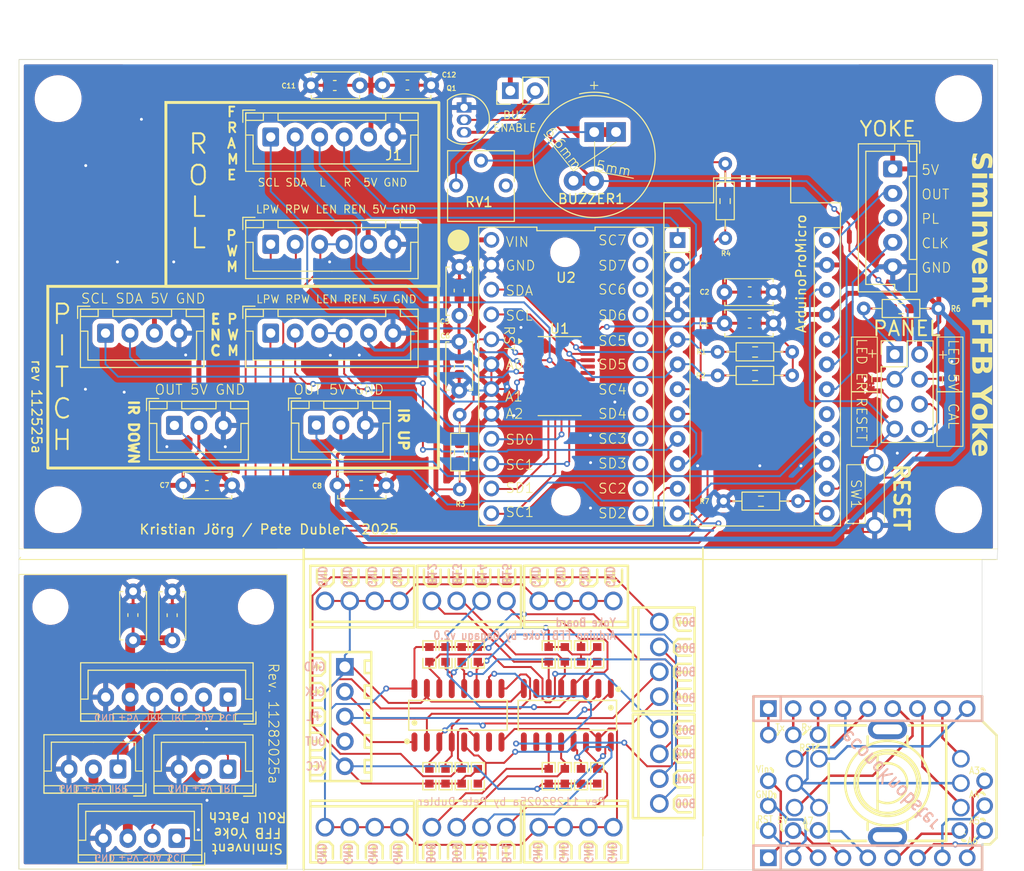
<source format=kicad_pcb>
(kicad_pcb (version 20241229) (generator "pcbnew") (generator_version "9.0")
  (layers (0 "F.Cu" signal "Top Layer") (2 "B.Cu" signal "Bottom Layer") (13 "F.Paste" user "Top Paste Mask Layer") (15 "B.Paste" user "Bottom Paste Mask Layer") (5 "F.SilkS" user "Top Silkscreen Layer") (7 "B.SilkS" user "Bottom Silkscreen Layer") (1 "F.Mask" user "Top Solder Mask Layer") (3 "B.Mask" user "Bottom Solder Mask Layer") (25 "Edge.Cuts" user "Multi-Layer"))
  (net 0 "")
  (net 1 "CALIBRATION_BUTTON-")
  (net 2 "INT_IR_P_UP")
  (net 3 "I2C_MUX_SDA_INPUT")
  (net 4 "INT_IR_R_LEFT")
  (net 5 "LPWM_PITCH")
  (net 6 "E_PWM_PITCH")
  (net 7 "BUZZER")
  (net 9 "YOKE_PL")
  (net 10 "E_PWM_ROLL")
  (net 11 "LPWM_ROLL")
  (net 12 "YOKE_OUT")
  (net 13 "5V_POWER_LED-")
  (net 14 "INT_IR_P_DOWN")
  (net 15 "I2C_MUX_SCL_INPUT")
  (net 16 "YOKE_CLK")
  (net 17 "RPWM_PITCH")
  (net 18 "RPWM_ROLL")
  (net 19 "+5V")
  (net 20 "INT_IR_R_RIGHT")
  (net 22 "Net-(BUZZER1-Pad1)")
  (net 23 "ERROR_LED+")
  (net 24 "RESET_BUTTON")
  (net 25 "PITCH_ENC_SDA")
  (net 26 "PITCH_ENC_SCL")
  (net 27 "ROLL_ENC_SCL")
  (net 28 "ROLL_ENC_SDA")
  (net 41 "Net-(Q1-B)")
  (net 42 "INT_CALIBRATION")
  (net 43 "Net-(U1-~{RESET})")
  (net 56 "/Buzzer-")
  (net 57 "GND")
  (net 58 "ERROR_LED-")
  (net 59 "CALIBRATION_BUTTON+")
  (net 60 "RESET_GND")
  (net 61 "5V_POWER_LED+")
  (net 63 "Net-(J7-Pad2)")
  (net 64 "/+5V")
  (net 65 "/GND")
  (net 66 "/SDA")
  (net 67 "/SCL")
  (net 68 "/IR_L")
  (net 69 "/IR_R")
  (net 70 "YOKE_GND")
  (net 71 "YOKE_OUTPUT")
  (net 72 "YOKE_VCC")
  (net 73 "YOKE8")
  (net 74 "YOKE9")
  (net 75 "YOKE10")
  (net 76 "YOKE11")
  (net 77 "YOKE12")
  (net 78 "YOKE13")
  (net 79 "YOKE14")
  (net 80 "YOKE15")
  (net 81 "YOKE0")
  (net 82 "YOKE1")
  (net 83 "YOKE2")
  (net 84 "YOKE3")
  (net 85 "YOKE4")
  (net 86 "YOKE5")
  (net 87 "YOKE6")
  (net 88 "YOKE7")
  (net 89 "IC1_10")
  (net 90 "$1N182")
  (net 91 "$1N181")
  (net 92 "$1N180")
  (net 93 "$1N179")
  (net 94 "$1N178")
  (net 95 "$1N177")
  (net 96 "$1N1235")
  (net 97 "$1N1261")
  (net 98 "$1N1240")
  (net 99 "$1N1270")
  (net 100 "$1N1276")
  (net 101 "$1N1286")
  (net 102 "$1N1295")
  (net 103 "$1N1304")
  (net 104 "$1N1314")
  (net 105 "$1N1321")
  (net 106 "$1N1328")
  (net 107 "$1N1335")
  (footprint "ProPrj_PCB_FFB_Arduino_Yoke_2.0_YokeBoard PCB_2025-11-28:R0603" (layer "F.Cu") (at 108.242 109.198 90)
    (property "Reference" "R16" (hide yes))
    (property "Value" "")
  )
  (footprint "ProPrj_Knobster EC11EBB24C03_2025-11-28:HDR-TH_1P-P2.54-V-M" (layer "F.Cu") (at 135.76525 104.952)
    (property "Reference" "H12" (hide yes))
    (property "Value" "")
  )
  (footprint "MyFootprints:DUAL_RESISTOR_7.62mm_0605" (layer "F.Cu") (at 133.12 68.25 180)
    (property "Reference" "R2")
    (property "Value" "10K0")
  )
  (footprint "Potentiometer_THT:Potentiometer_Vishay_T73YP_Vertical" (layer "F.Cu") (at 103.86 48.84 90)
    (property "Reference" "RV1")
    (property "Value" "R_Potentiometer")
  )
  (footprint "ProPrj_Knobster EC11EBB24C03_2025-11-28:HDR-TH_1P-P2.54-V-M" (layer "F.Cu") (at 152.78125 109.67)
    (property "Reference" "H11" (hide yes))
    (property "Value" "")
  )
  (footprint "ProPrj_PCB_FFB_Arduino_Yoke_2.0_YokeBoard PCB_2025-11-28:R0603" (layer "F.Cu") (at 108.242 96.752 -90)
    (property "Reference" "R9" (hide yes))
    (property "Value" "")
  )
  (footprint "NetTie:NetTie-2_SMD_Pad0.5mm" (layer "F.Cu") (at 141.68 68.68)
    (property "Reference" "NT2" (hide yes))
    (property "Value" "NetTie_2" (hide yes))
  )
  (footprint "ProPrj_PCB_FFB_Arduino_Yoke_2.0_YokeBoard PCB_2025-11-28:CONN-TH_4P-P2.54_MX128-2.54-GN01-04P-CU-Y-A" (layer "F.Cu") (at 111.036 91.291 180)
    (property "Reference" "U9" (hide yes))
    (property "Value" "")
  )
  (footprint "Connector_JST:JST_XH_B5B-XH-A_1x05_P2.50mm_Vertical" (layer "F.Cu") (at 143.3925 47.15 -90)
    (property "Reference" "J8" (hide yes))
    (property "Value" "Yoke")
  )
  (footprint "MyFootprints:DUAL_TACTILE_SWITCH" (layer "F.Cu") (at 141.55 80.37 90)
    (property "Reference" "SW1")
    (property "Value" "PTS636SM43LFS 6X3.5MM")
  )
  (footprint "ProPrj_Knobster EC11EBB24C03_2025-11-28:HDR-TH_1P-P2.54-V-M" (layer "F.Cu") (at 130.68525 104.984)
    (property "Reference" "H14" (hide yes))
    (property "Value" "")
  )
  (footprint "MyFootprints:DUAL_CAP_2.5mm_0603" (layer "F.Cu") (at 75.89 79.48 180)
    (property "Reference" "C7")
    (property "Value" "0.1uF")
  )
  (footprint "MyFootprints:DUAL_CAP_2.5mm_0603" (layer "F.Cu") (at 99.1 64.7925 -90)
    (property "Reference" "C6")
    (property "Value" "10uF")
  )
  (footprint "MyFootprints2:DUAL_CAP_2.5mm_0603" (layer "F.Cu") (at 65.78 95.305 90)
    (property "Reference" "C1" (hide yes))
    (property "Value" "10uF")
  )
  (footprint "Connector_JST:JST_XH_B6B-XH-A_1x06_P2.50mm_Vertical" (layer "F.Cu") (at 79.84 54.85)
    (property "Reference" "J2" (hide yes))
    (property "Value" "Roll Motor")
  )
  (footprint "ProPrj_Knobster EC11EBB24C03_2025-11-28:HDR-TH_1P-P2.54-V-M" (layer "F.Cu") (at 133.21725 114.75)
    (property "Reference" "H6" (hide yes))
    (property "Value" "")
  )
  (footprint "ProPrj_Knobster EC11EBB24C03_2025-11-28:SW-TH_EC11EBB24C03" (layer "F.Cu") (at 141.85725 109.91 90)
    (property "Reference" "SW1" (hide yes))
    (property "Value" "")
  )
  (footprint "MyFootprints2:DUAL_CAP_2.5mm_0603" (layer "F.Cu") (at 69.79 95.32 90)
    (property "Reference" "C2" (hide yes))
    (property "Value" "0.1uF")
  )
  (footprint "MyFootprints:DUAL_RESISTOR_7.62mm_0605" (layer "F.Cu") (at 99.15 79.89 90)
    (property "Reference" "R3")
    (property "Value" "10K0")
  )
  (footprint "NetTie:NetTie-2_SMD_Pad0.5mm" (layer "F.Cu") (at 138.96 54.09 90)
    (property "Reference" "NT7" (hide yes))
    (property "Value" "NetTie_2" (hide yes))
  )
  (footprint "MountingHole:MountingHole_4.3mm_M4_DIN965" (layer "F.Cu") (at 58.12 81.97)
    (property "Reference" "H2" (hide yes))
    (property "Value" "MountingHole")
  )
  (footprint "Connector_JST:JST_XH_B6B-XH-A_1x06_P2.50mm_Vertical" (layer "F.Cu") (at 79.84 63.93)
    (property "Reference" "J3" (hide yes))
    (property "Value" "Pitch Motor")
  )
  (footprint "MountingHole:MountingHole_4.3mm_M4_DIN965" (layer "F.Cu") (at 150.12 39.97)
    (property "Reference" "H4" (hide yes))
    (property "Value" "MountingHole")
  )
  (footprint "ProPrj_PCB_FFB_Arduino_Yoke_2.0_YokeBoard PCB_2025-11-28:R0603" (layer "F.Cu") (at 96.05 109.198 90)
    (property "Reference" "R5" (hide yes))
    (property "Value" "")
  )
  (footprint "ProPrj_Knobster EC11EBB24C03_2025-11-28:HDR-TH_1P-P2.54-V-M" (layer "F.Cu") (at 133.22525 104.968)
    (property "Reference" "H13" (hide yes))
    (property "Value" "")
  )
  (footprint "ProPrj_PCB_FFB_Arduino_Yoke_2.0_YokeBoard PCB_2025-11-28:CONN-TH_5P-P2.54_MX128-2.54-05P-GN01-CU-Y-A" (layer "F.Cu") (at 87.414 103.102 -90)
    (property "Reference" "U1" (hide yes))
    (property "Value" "")
  )
  (footprint "ProPrj_PCB_FFB_Arduino_Yoke_2.0_YokeBoard PCB_2025-11-28:CONN-TH_4P-P2.54_MX128-2.54-GN01-04P-CU-Y-A" (layer "F.Cu") (at 100.114 114.405)
    (property "Reference" "U2" (hide yes))
    (property "Value" "")
  )
  (footprint "ProPrj_PCB_FFB_Arduino_Yoke_2.0_YokeBoard PCB_2025-11-28:R0603" (layer "F.Cu") (at 99.352 96.752 -90)
    (property "Reference" "R2" (hide yes))
    (property "Value" "")
  )
  (footprint "ProPrj_PCB_FFB_Arduino_Yoke_2.0_YokeBoard PCB_2025-11-28:SOIC-16_L9.9-W3.9-P1.27-LS6.0-BL" (layer "F.Cu") (at 98.971 102.975)
    (property "Reference" "IC1" (hide yes))
    (property "Value" "")
  )
  (footprint "MyFootprints:DUAL_CAP_2.5mm_0603" (layer "F.Cu") (at 91.65 79.48 180)
    (property "Reference" "C8")
    (property "Value" "0.1uF")
  )
  (footprint "ProPrj_PCB_FFB_Arduino_Yoke_2.0_YokeBoard PCB_2025-11-28:R0603" (layer "F.Cu") (at 111.544 109.198 90)
    (property "Reference" "R14" (hide yes))
    (property "Value" "")
  )
  (footprint "ProPrj_Knobster EC11EBB24C03_2025-11-28:HDR-TH_1P-P2.54-V-M" (layer "F.Cu") (at 152.78125 114.75)
    (property "Reference" "H9" (hide yes))
    (property "Value" "")
  )
  (footprint "MyFootprints:DUAL_CAP_2.5mm_0603" (layer "F.Cu") (at 91.24 38.6)
    (property "Reference" "C12")
    (property "Value" "10uF")
  )
  (footprint "MyFootprints:DUAL_RESISTOR_7.62mm_0605" (layer "F.Cu") (at 133.12 65.84 180)
    (property "Reference" "R1")
    (property "Value" "10K0")
  )
  (footprint "MyFootprints:DUAL_CAP_2.5mm_0603" (layer "F.Cu") (at 88.955 38.61 180)
    (property "Reference" "C11")
    (property "Value" "0.1uF")
  )
  (footprint "Package_TO_SOT_THT:TO-92L_Inline" (layer "F.Cu") (at 99.6 40.87 -90)
    (property "Reference" "Q1")
    (property "Value" "2N4401")
  )
  (footprint "ProPrj_PCB_FFB_Arduino_Yoke_2.0_YokeBoard PCB_2025-11-28:CONN-TH_4P-P2.54_MX128-2.54-GN01-04P-CU-Y-A" (layer "F.Cu") (at 89.192 114.405)
    (property "Reference" "U5" (hide yes))
    (property "Value" "")
  )
  (footprint "ProPrj_PCB_FFB_Arduino_Yoke_2.0_YokeBoard PCB_2025-11-28:CONN-TH_4P-P2.54_MX128-2.54-GN01-04P-CU-Y-A" (layer "F.Cu") (at 119.545 97.26 90)
    (property "Reference" "U8" (hide yes))
    (property "Value" "")
  )
  (footprint "Package_SO:TSSOP-24_4.4x7.8mm_P0.65mm" (layer "F.Cu") (at 109.36 68.32)
    (property "Reference" "U1")
    (property "Value" "TCA9548APWR")
  )
  (footprint "NetTie:NetTie-2_SMD_Pad0.5mm" (layer "F.Cu") (at 148.04 70.21 90)
    (property "Reference" "NT4" (hide yes))
    (property "Value" "NetTie_2" (hide yes))
  )
  (footprint "Connector_JST:JST_XH_B6B-XH-A_1x06_P2.50mm_Vertical" (layer "F.Cu") (at 79.84 43.89)
    (property "Reference" "J1")
    (property "Value" "Frame Cable")
  )
  (footprint "NetTie:NetTie-2_SMD_Pad0.5mm" (layer "F.Cu") (at 141.72 69.83)
    (property "Reference" "NT3" (hide yes))
    (property "Value" "NetTie_2" (hide yes))
  )
  (footprint "ProPrj_PCB_FFB_Arduino_Yoke_2.0_YokeBoard PCB_2025-11-28:R0603" (layer "F.Cu") (at 109.893 109.198 90)
    (property "Reference" "R15" (hide yes))
    (property "Value" "")
  )
  (footprint "MountingHole:MountingHole_4.3mm_M4_DIN965" (layer "F.Cu") (at 150.12 81.97)
    (property "Reference" "H3" (hide yes))
    (property "Value" "MountingHole")
  )
  (footprint "NetTie:NetTie-2_SMD_Pad0.5mm" (layer "F.Cu") (at 147.06 63.28)
    (property "Reference" "NT5" (hide yes))
    (property "Value" "NetTie_2" (hide yes))
  )
  (footprint "ProPrj_Knobster EC11EBB24C03_2025-11-28:HDR-TH_1P-P2.54-V-M" (layer "F.Cu") (at 150.24125 114.75)
    (property "Reference" "H8" (hide yes))
    (property "Value" "")
  )
  (footprint "Connector_JST:JST_XH_B4B-XH-A_1x04_P2.50mm_Vertical" (layer "F.Cu") (at 62.96 63.93)
    (property "Reference" "J4" (hide yes))
    (property "Value" "Pitch Encoder")
  )
  (footprint "ProPrj_Knobster EC11EBB24C03_2025-11-28:HDR-TH_1P-P2.54-V-M" (layer "F.Cu") (at 130.67725 114.75)
    (property "Reference" "H5" (hide yes))
    (property "Value" "")
  )
  (footprint "MyFootprints:DUAL_RESISTOR_7.62mm_0605" (layer "F.Cu") (at 133.72 81.09 180)
    (property "Reference" "R7")
    (property "Value" "10K0")
  )
  (footprint "Connector_PinHeader_2.54mm:PinHeader_2x04_P2.54mm_Vertical" (layer "F.Cu") (at 143.5975 66.1)
    (property "Reference" "J9" (hide yes))
    (property "Value" "Conn_02x04_Counter_Clockwise")
  )
  (footprint "ProPrj_Knobster EC11EBB24C03_2025-11-28:HDR-TH_1P-P2.54-V-M" (layer "F.Cu") (at 130.67725 112.21)
    (property "Reference" "H4" (hide yes))
    (property "Value" "")
  )
  (footprint "ProPrj_PCB_FFB_Arduino_Yoke_2.0_YokeBoard PCB_2025-11-28:R0603" (layer "F.Cu") (at 109.893 96.752 -90)
    (property "Reference" "R10" (hide yes))
    (property "Value" "")
  )
  (footprint "ProPrj_PCB_FFB_Arduino_Yoke_2.0_YokeBoard PCB_2025-11-28:R0603" (layer "F.Cu") (at 113.195 109.198 90)
    (property "Reference" "R13" (hide yes))
    (property "Value" "")
  )
  (footprint "MyFootprints:DUAL_CAP_2.5mm_0603" (layer "F.Cu") (at 99.12 62.1475 90)
    (property "Reference" "C5")
    (property "Value" "0.1uF")
  )
  (footprint "MyFootprints:DUAL_RESISTOR_7.62mm_0605" (layer "F.Cu") (at 126.28 54.2275 90)
    (property "Reference" "R4")
    (property "Value" "2K0")
  )
  (footprint "Connector_JST:JST_XH_B4B-XH-A_1x04_P2.50mm_Vertical" (layer "F.Cu") (at 70.24 115.54 180)
    (property "Reference" "J2" (hide yes))
    (property "Value" "ROLL_ENCODER")
  )
  (footprint "Connector_JST:JST_XH_B3B-XH-A_1x03_P2.50mm_Vertical" (layer "F.Cu") (at 70 73.355)
    (property "Reference" "J5" (hide yes))
    (property "Value" "IR Pitch Down")
  )
  (footprint "MyFootprints:DUAL_CAP_2.5mm_0603" (layer "F.Cu") (at 126.205 59.74)
    (property "Reference" "C2")
    (property "Value" "10uF")
  )
  (footprint "Connector_JST:JST_XH_B3B-XH-A_1x03_P2.50mm_Vertical" (layer "F.Cu") (at 64.23 108.47 180)
    (property "Reference" "J4" (hide yes))
    (property "Value" "ROLL_RIGHT")
  )
  (footprint "MyFootprints:DUAL_CAP_2.5mm_0603" (layer "F.Cu") (at 126.205 62.92)
    (property "Reference" "C1")
    (property "Value" "0.1uF")
  )
  (footprint "ProPrj_PCB_FFB_Arduino_Yoke_2.0_YokeBoard PCB_2025-11-28:R0603" (layer "F.Cu") (at 111.544 96.752 90)
    (property "Reference" "R12" (hide yes))
    (property "Value" "")
  )
  (footprint "TCA9548A:TCA9548A Module" (layer "F.Cu") (at 110.007024 68.37)
    (property "Reference" "U2")
    (property "Value" "~")
  )
  (footprint "ProPrj_PCB_FFB_Arduino_Yoke_2.0_YokeBoard PCB_2025-11-28:CONN-TH_4P-P2.54_MX128-2.54-GN01-04P-CU-Y-A" (layer "F.Cu") (at 119.545 108.182 90)
    (property "Reference" "U6" (hide yes))
    (property "Value" "")
  )
  (footprint "Connector_JST:JST_XH_B6B-XH-A_1x06_P2.50mm_Vertical" (layer "F.Cu") (at 75.48 101.12 180)
    (property "Reference" "J1" (hide yes))
    (property "Value" "MAIN_BOARD")
  )
  (footprint "ProPrj_PCB_FFB_Arduino_Yoke_2.0_YokeBoard PCB_2025-11-28:R0603" (layer "F.Cu") (at 96.05 96.752 -90)
    (property "Reference" "R4" (hide yes))
    (property "Value" "")
  )
  (footprint "ProPrj_PCB_FFB_Arduino_Yoke_2.0_YokeBoard PCB_2025-11-28:R0603" (layer "F.Cu") (at 99.352 109.198 90)
    (property "Reference" "R8" (hide yes))
    (property "Value" "")
  )
  (footprint "ProPrj_PCB_FFB_Arduino_Yoke_2.0_YokeBoard PCB_2025-11-28:CONN-TH_4P-P2.54_MX128-2.54-GN01-04P-CU-Y-A" (layer "F.Cu") (at 100.114 91.291 180)
    (property "Reference" "U4" (hide yes))
    (property "Value" "")
  )
  (footprint "ProPrj_PCB_FFB_Arduino_Yoke_2.0_YokeBoard PCB_2025-11-28:CONN-TH_4P-P2.54_MX128-2.54-GN01-04P-CU-Y-A" (layer "F.Cu") (at 89.192 91.291 180)
    (property "Reference" "U3" (hide yes))
    (property "Value" "")
  )
  (footprint "Arduino:Sparkfun_Pro_Micro" (layer "F.Cu") (at 136.65 82.36 180)
    (property "Reference" "ARDUINO_PRO_MICRO1" (hide yes))
    (property "Value" "ArduinoProMicro")
  )
  (footprint "NetTie:NetTie-2_SMD_Pad0.5mm" (layer "F.Cu") (at 148.73 68.6 180)
    (property "Reference" "NT1" (hide yes))
    (property "Value" "NetTie_2" (hide yes))
  )
  (footprint "NetTie:NetTie-2_SMD_Pad0.5mm" (layer "F.Cu") (at 139.03 79.83 90)
    (property "Reference" "NT6" (hide yes))
    (property "Value" "NetTie_2" (hide yes))
  )
  (footprint "Connector_JST:JST_XH_B3B-XH-A_1x03_P2.50mm_Vertical" (layer "F.Cu") (at 84.51 73.325)
    (property "Reference" "J6" (hide yes))
    (property "Value" "IR Pitch Up")
  )
  (footprint "Connector_JST:JST_XH_B3B-XH-A_1x03_P2.50mm_Vertical" (layer "F.Cu") (at 75.47 108.485 180)
    (property "Reference" "J3" (hide yes))
    (property "Value" "ROLL_LEFT")
  )
  (footprint "ProPrj_Knobster EC11EBB24C03_2025-11-28:HDR-TH_1P-P2.54-V-M" (layer "F.Cu") (at 152.78125 112.21)
    (property "Reference" "H10" (hide yes))
    (property "Value" "")
  )
  (footprint "ProPrj_PCB_FFB_Arduino_Yoke_2.0_YokeBoard PCB_2025-11-28:R0603" (layer "F.Cu") (at 97.701 109.198 90)
    (property "Reference" "R6" (hide yes))
    (property "Value" "")
  )
  (footprint "ProPrj_PCB_FFB_Arduino_Yoke_2.0_YokeBoard PCB_2025-11-28:R0603" (layer "F.Cu") (at 101.003 109.198 -90)
    (property "Reference" "R7" (hide yes))
    (property "Value" "")
  )
  (footprint "ProPrj_PCB_FFB_Arduino_Yoke_2.0_YokeBoard PCB_2025-11-28:R0603" (layer "F.Cu") (at 101.003 96.752 -90)
    (property "Reference" "R1" (hide yes))
    (property "Value" "")
  )
  (footprint "ProPrj_Knobster EC11EBB24C03_2025-11-28:HDR-TH_1P-P2.54-V-M" (layer "F.Cu") (at 135.76125 114.736)
    (property "Reference" "H7" (hide yes))
    (property "Value" "")
  )
  (footprint "Connector_PinHeader_2.54mm:PinHeader_1x02_P2.54mm_Vertical" (layer "F.Cu") (at 104.32 39.16 90)
    (property "Reference" "J7" (hide yes))
    (property "Value" "Jumper - Buzzer Active")
  )
  (footprint "Buzzer_Beeper:Buzzer_TDK_PS1240P02BT_D12.2mm_H6.5mm" (layer "F.Cu") (at 112.89 43.389216 -90)
    (property "Reference" "BUZZER1")
    (property "Value" "2700Hz")
  )
  (footprint "ProPrj_PCB_FFB_Arduino_Yoke_2.0_YokeBoard PCB_2025-11-28:SOIC-16_L9.9-W3.9-P1.27-LS6.0-BL" (layer "F.Cu") (at 110.147 102.975 180)
    (property "Reference" "IC2" (hide yes))
    (property "Value" "")
  )
  (footprint "MountingHole:MountingHole_3.2mm_M3_DIN965" (layer "F.Cu") (at 57.33 91.89 180)
    (property "Reference" "H2" (hide yes))
    (property "Value" "MountingHole")
  )
  (footprint "ProPrj_Knobster EC11EBB24C03_2025-11-28:HDR-TH_1P-P2.54-V-M" (layer "F.Cu") (at 130.67725 109.67)
    (property "Reference" "H3" (hide yes))
    (property "Value" "")
  )
  (footprint "ProPrj_PCB_FFB_Arduino_Yoke_2.0_YokeBoard PCB_2025-11-28:R0603" (layer "F.Cu") (at 113.195 96.752 -90)
    (property "Reference" "R11" (hide yes))
    (property "Value" "")
  )
  (footprint "MyFootprints2:DUAL_RESISTOR_7.62mm_0605" (layer "F.Cu") (at 148.0475 61.41 180)
    (property "Reference" "R6")
    (property "Value" "220")
  )
  (footprint "MountingHole:MountingHole_3.2mm_M3_DIN965" (layer "F.Cu") (at 78.33 91.89 180)
    (property "Reference" "H1" (hide yes))
    (property "Value" "MountingHole")
  )
  (footprint "ProPrj_PCB_FFB_Arduino_Yoke_2.0_YokeBoard PCB_2025-11-28:R0603" (layer "F.Cu") (at 97.701 96.752 -90)
    (property "Reference" "R3" (hide yes))
    (property "Value" "")
  )
  (footprint "MountingHole:MountingHole_4.3mm_M4_DIN965" (layer "F.Cu") (at 58.12 39.97)
    (property "Reference" "H1" (hide yes))
    (property "Value" "MountingHole")
  )
  (footprint "ProPrj_PCB_FFB_Arduino_Yoke_2.0_YokeBoard PCB_2025-11-28:CONN-TH_4P-P2.54_MX128-2.54-GN01-04P-CU-Y-A" (layer "F.Cu") (at 111.036 114.405)
    (property "Reference" "U7" (hide yes))
    (property "Value" "")
  )
  (footprint "ProPrj_Knobster EC11EBB24C03_2025-11-28:HDR-TH_9P-P2.54-V-F-1" (layer "B.Cu") (at 140.84125 117.53)
    (property "Reference" "H2" (hide yes))
    (property "Value" "")
  )
  (footprint "ProPrj_Knobster EC11EBB24C03_2025-11-28:HDR-TH_9P-P2.54-V-F-1" (layer "B.Cu") (at 140.84125 102.29)
    (property "Reference" "H1" (hide yes))
    (property "Value" "")
  )
  (gr_line (start 133.18 66.38) (end 133.18 67.78) (stroke (width 0.2)) (layer "F.Cu") (net 19))
  (gr_rect (start 83.223 86.948) (end 123.97275 118.723) (stroke (width 0.1)) (fill no) (layer "F.SilkS"))
  (gr_line (start 129.56375 114.431) (end 129.66525 114.533) (stroke (width 0.254)) (layer "F.SilkS"))
  (gr_line (start 134.49125 114.5055) (end 134.71725 114.7315) (stroke (width 0.254)) (layer "F.SilkS"))
  (gr_line (start 150.64575 115.803) (end 150.59475 115.803) (stroke (width 0.254)) (layer "F.SilkS"))
  (gr_rect (start 139.17 64.33) (end 141.815 69.93) (stroke (width 0.1)) (fill no) (layer "F.SilkS"))
  (gr_rect (start 147.9175 64.33) (end 150.5625 69.93) (stroke (width 0.1)) (fill no) (layer "F.SilkS"))
  (gr_line (start 150.64575 115.803) (end 150.79825 115.803) (stroke (width 0.254)) (layer "F.SilkS"))
  (gr_line (start 131.39225 111.0785) (end 131.39225 111.383) (stroke (width 0.254)) (layer "F.SilkS"))
  (gr_line (start 152.52125 118.78) (end 152.52125 116.213) (stroke (width 0.254)) (layer "F.SilkS"))
  (gr_line (start 152.57625 116.1585) (end 153.33825 116.1585) (stroke (width 0.254)) (layer "F.SilkS"))
  (gr_line (start 152.42375 110.875) (end 152.57625 110.875) (stroke (width 0.254)) (layer "F.SilkS"))
  (gr_line (start 83.21275 118.723) (end 83.21275 86.013) (stroke (width 0.254)) (layer "F.SilkS"))
  (gr_line (start 152.42375 113.5675) (end 152.62675 113.5675) (stroke (width 0.254)) (layer "F.SilkS"))
  (gr_line (start 150.54425 115.752) (end 150.49325 115.701) (stroke (width 0.254)) (layer "F.SilkS"))
  (gr_line (start 131.29075 110.977) (end 131.39225 111.0785) (stroke (width 0.254)) (layer "F.SilkS"))
  (gr_line (start 153.99825 115.498) (end 153.99825 105.017) (stroke (width 0.254)) (layer "F.SilkS"))
  (gr_line (start 130.93525 108.386) (end 131.13825 108.589) (stroke (width 0.254)) (layer "F.SilkS"))
  (gr_line (start 134.24975 104.916) (end 134.54225 104.627) (stroke (width 0.254)) (layer "F.SilkS"))
  (gr_line (start 154.06 87.06) (end 54.11 87.06) (stroke (width 0.1)) (layer "F.SilkS"))
  (gr_line (start 129.16125 118.78) (end 152.52125 118.78) (stroke (width 0.254)) (layer "F.SilkS"))
  (gr_rect (start 139.17 69.9) (end 141.815 75.5) (stroke (width 0.1)) (fill no) (layer "F.SilkS"))
  (gr_rect (start 147.9175 69.9) (end 150.5625 75.5) (stroke (width 0.1)) (fill no) (layer "F.SilkS"))
  (gr_line (start 153.99825 105.017) (end 152.52125 103.54) (stroke (width 0.254)) (layer "F.SilkS"))
  (gr_line (start 152.47425 108.437) (end 152.62675 108.437) (stroke (width 0.254)) (layer "F.SilkS"))
  (gr_line (start 134.54225 104.627) (end 134.48975 104.6785) (stroke (width 0.254)) (layer "F.SilkS"))
  (gr_line (start 152.57625 110.875) (end 152.77925 111.0785) (stroke (width 0.254)) (layer "F.SilkS"))
  (gr_line (start 129.56375 113.923) (end 129.56375 114.431) (stroke (width 0.254)) (layer "F.SilkS"))
  (gr_line (start 131.62825 104.9655) (end 131.84975 104.577) (stroke (width 0.2)) (layer "F.SilkS"))
  (gr_line (start 129.16125 101.04) (end 129.16125 118.78) (stroke (width 0.254)) (layer "F.SilkS"))
  (gr_line (start 54.11 87.06) (end 54.29 86.83) (stroke (width 0.1)) (layer "F.SilkS"))
  (gr_rect (start 54.12 35.97) (end 154.12 85.97) (stroke (width 0.05)) (fill no) (layer "F.SilkS"))
  (gr_rect (start 57.065 59.15) (end 96.975 77.71) (stroke (width 0.3)) (fill no) (layer "F.SilkS"))
  (gr_line (start 152.62675 113.5675) (end 152.77925 113.72) (stroke (width 0.254)) (layer "F.SilkS"))
  (gr_rect (start 123.97275 85.873) (end 124.03275 115.293) (stroke (width 0.1)) (fill no) (layer "F.SilkS"))
  (gr_line (start 132.00225 114.6345) (end 132.15425 114.787) (stroke (width 0.254)) (layer "F.SilkS"))
  (gr_line (start 134.49125 114.1265) (end 134.49125 114.5055) (stroke (width 0.254)) (layer "F.SilkS"))
  (gr_line (start 131.13825 108.589) (end 131.13825 108.7415) (stroke (width 0.254)) (layer "F.SilkS"))
  (gr_line (start 152.62675 108.437) (end 152.77925 108.589) (stroke (width 0.254)) (layer "F.SilkS"))
  (gr_rect (start 54.11 88.58) (end 81.52 118.69) (stroke (width 0.1)) (fill no) (layer "F.SilkS"))
  (gr_line (start 135.78375 106.0035) (end 135.78375 106.077) (stroke (width 0.254)) (layer "F.SilkS"))
  (gr_line (start 135.78375 106.077) (end 135.52825 106.3325) (stroke (width 0.254)) (layer "F.SilkS"))
  (gr_line (start 152.52125 103.54) (end 152.52125 101.04) (stroke (width 0.254)) (layer "F.SilkS"))
  (gr_line (start 132.00225 114.1265) (end 132.00225 114.6345) (stroke (width 0.254)) (layer "F.SilkS"))
  (gr_rect (start 69.13 40.36) (end 97.02 59.14) (stroke (width 0.3)) (fill no) (layer "F.SilkS"))
  (gr_line (start 152.52125 101.04) (end 129.16125 101.04) (stroke (width 0.254)) (layer "F.SilkS"))
  (gr_line (start 153.33825 116.1585) (end 153.99825 115.498) (stroke (width 0.254)) (layer "F.SilkS"))
  (gr_rect (start 54.12 35.97) (end 154.12 35.97) (stroke (width 0.05)) (fill no) (layer "Edge.Cuts"))
  (gr_poly (pts (xy 54.12 35.97) (xy 54.11 118.69) (xy 152.52125 118.78) (xy 152.52125 116.18575) (xy 153.33825 116.1585) (xy 153.99825 115.498) (xy 153.99825 105.017) (xy 152.52125 103.54) (xy 152.52125 101.04) (xy 152.52 87.04) (xy 154.06 87.06) (xy 154.12 85.97) (xy 154.12 35.97)) (stroke (width 0.05)) (fill no) (layer "Edge.Cuts"))
  (gr_line (start 152.52125 116.213) (end 152.57625 116.1585) (stroke (width 0.254)) (layer "Edge.Cuts"))
  (gr_text "RST" (at 133.78025 106.7095 0) (layer "F.SilkS") (effects (font (size 0.7 0.6) (thickness 0.1)) (justify left bottom)))
  (gr_text "PL" (at 146.2625 52.835 0) (layer "F.SilkS") (effects (font (size 1 1) (thickness 0.1)) (justify left bottom)))
  (gr_text "-\n" (at 148.9825 69.34 90) (layer "F.SilkS") (effects (font (size 1 1) (thickness 0.1)) (justify left bottom)))
  (gr_text "-\n" (at 141.7725 69.22 90) (layer "F.SilkS") (effects (font (size 1 1) (thickness 0.1)) (justify left bottom)))
  (gr_text "5V" (at 131.54475 114.1265 0) (layer "F.SilkS") (effects (font (size 0.7 0.6) (thickness 0.1)) (justify left bottom)))
  (gr_text "A7" (at 134.13575 114.177 0) (layer "F.SilkS") (effects (font (size 0.7 0.6) (thickness 0.1)) (justify left bottom)))
  (gr_text "P\nI\nT\nC\nH" (at 58.52 68.43 0) (layer "F.SilkS") (effects (font (size 2 2) (thickness 0.2) (bold yes))))
  (gr_text "A4" (at 151.13775 111.477 0) (layer "F.SilkS") (effects (font (size 0.7 0.6) (thickness 0.1)) (justify left bottom)))
  (gr_text "LPW RPW LEN REN 5V GND" (at 78.26 51.75 0) (layer "F.SilkS") (effects (font (size 0.8 0.8) (thickness 0.1)) (justify left bottom)))
  (gr_text "LED ER" (at 139.62 64.39 270) (layer "F.SilkS") (effects (font (size 1 1) (thickness 0.1)) (justify left bottom)))
  (gr_text "P\nW\nM" (at 75.2 57.74 0) (layer "F.SilkS") (effects (font (size 1 1) (thickness 0.2) (bold yes)) (justify left bottom)))
  (gr_text "RESET" (at 139.62 70.41 270) (layer "F.SilkS") (effects (font (size 1 1) (thickness 0.1)) (justify left bottom)))
  (gr_text "Kristian Jörg / Pete Dubler  2025" (at 66.34 84.57 0) (layer "F.SilkS") (effects (font (size 1 1)) (justify left bottom)))
  (gr_text "Rx" (at 133.98325 104.627 0) (layer "F.SilkS") (effects (font (size 0.7 0.6) (thickness 0.1)) (justify left bottom)))
  (gr_text "+\n" (at 140.6225 66.54 0) (layer "F.SilkS") (effects (font (size 1 1) (thickness 0.1)) (justify left bottom)))
  (gr_text "CLK" (at 146.2625 55.3325 0) (layer "F.SilkS") (effects (font (size 1 1) (thickness 0.1)) (justify left bottom)))
  (gr_text "F\nR\nA\nM\nE" (at 75.27 48.36 0) (layer "F.SilkS") (effects (font (size 1 1) (thickness 0.2) (bold yes)) (justify left bottom)))
  (gr_text "Rx" (at 149.73875 115.2175 0) (layer "F.SilkS") (effects (font (size 0.7 0.6) (thickness 0.1)) (justify left bottom)))
  (gr_text "IR DOWN" (at 65.24 74.04 270) (layer "F.SilkS") (effects (font (size 1 1) (thickness 0.25) (bold yes)) (justify bottom)))
  (gr_text "R\nO\nL\nL" (at 72.44 49.42 0) (layer "F.SilkS") (effects (font (size 2 2) (thickness 0.2) (bold yes))))
  (gr_text "SCL SDA 5V GND" (at 60.39 60.98 0) (layer "F.SilkS") (effects (font (size 1 1) (thickness 0.1)) (justify left bottom)))
  (gr_text "SCL SDA  L   R  5V GND" (at 78.45 49.01 0) (layer "F.SilkS") (effects (font (size 0.8 0.8) (thickness 0.1)) (justify left bottom)))
  (gr_text "RST" (at 129.46225 114.025 0) (layer "F.SilkS") (effects (font (size 0.7 0.6) (thickness 0.1)) (justify left bottom)))
  (gr_text "A6" (at 150.95025 116.209 0) (layer "F.SilkS") (effects (font (size 0.7 0.6) (thickness 0.1)) (justify left bottom)))
  (gr_text "RESET" (at 143.4 77.14 270) (layer "F.SilkS") (effects (font (size 1.5 1.5) (thickness 0.3) (bold yes)) (justify left bottom)))
  (gr_text "Rev. 11282025a" (at 79.54 97.57 270) (layer "F.SilkS") (effects (font (size 1 1) (thickness 0.1)) (justify left bottom)))
  (gr_text "GND" (at 146.2625 57.83 0) (layer "F.SilkS") (effects (font (size 1 1) (thickness 0.1)) (justify left bottom)))
  (gr_text "YOKE" (at 139.8825 43.94 0) (layer "F.SilkS") (effects (font (size 1.5 1.5) (thickness 0.2) (bold yes)) (justify left bottom)))
  (gr_text "Tx" (at 131.34175 104.627 0) (layer "F.SilkS") (effects (font (size 0.7 0.6) (thickness 0.1)) (justify left bottom)))
  (gr_text "SimInvent\nFFB Yoke\nRoll Patch" (at 77.46 112.8 180) (layer "F.SilkS") (effects (font (size 1 1)) (justify bottom)))
  (gr_text "OUT 5V GND" (at 67.925 70.29 0) (layer "F.SilkS") (effects (font (size 1 1) (thickness 0.1)) (justify left bottom)))
  (gr_text "CAL" (at 149 71 270) (layer "F.SilkS") (effects (font (size 1 1) (thickness 0.1)) (justify left bottom)))
  (gr_text "GND" (at 129.30975 111.485 0) (layer "F.SilkS") (effects (font (size 0.7 0.6) (thickness 0.1)) (justify left bottom)))
  (gr_text "rev 112525a" (at 55.33 66.54 270) (layer "F.SilkS") (effects (font (size 1 1)) (justify left bottom)))
  (gr_text "A3" (at 151.13775 109.0385 0) (layer "F.SilkS") (effects (font (size 0.7 0.6) (thickness 0.1)) (justify left bottom)))
  (gr_text "+\n" (at 147.8325 66.66 0) (layer "F.SilkS") (effects (font (size 1 1) (thickness 0.1)) (justify left bottom)))
  (gr_text "BUZ\nENABLE" (at 104.78 43.42 0) (layer "F.SilkS") (effects (font (size 0.8 0.8) (thickness 0.1)) (justify bottom)))
  (gr_text "P\nW\nM" (at 75.29 66.31 0) (layer "F.SilkS") (effects (font (size 1 1) (thickness 0.2) (bold yes)) (justify left bottom)))
  (gr_text "IR UP" (at 92.82 73.75 270) (layer "F.SilkS") (effects (font (size 1 1) (thickness 0.25) (bold yes)) (justify bottom)))
  (gr_text "OUT 5V GND" (at 82.11 70.29 0) (layer "F.SilkS") (effects (font (size 1 1) (thickness 0.1)) (justify left bottom)))
  (gr_text "SimInvent FFB Yoke" (at 151.17 45.36 270) (layer "F.SilkS") (effects (font (size 2 2) (thickness 0.3) (bold yes)) (justify left bottom)))
  (gr_text "PANEL" (at 141.24 64.33 0) (layer "F.SilkS") (effects (font (size 1.5 1.5) (thickness 0.2) (bold yes)) (justify left bottom)))
  (gr_text "Vin" (at 129.36025 108.894 0) (layer "F.SilkS") (effects (font (size 0.7 0.6) (thickness 0.1)) (justify left bottom)))
  (gr_text "+" (at 112.2 39.13 0) (layer "F.SilkS") (effects (font (size 1 1) (thickness 0.1)) (justify left bottom)))
  (gr_text "LED 5V" (at 149 64.5 270) (layer "F.SilkS") (effects (font (size 1 1) (thickness 0.1)) (justify left bottom)))
  (gr_text "E\nN\nC" (at 74.2 66.32 0) (layer "F.SilkS") (effects (font (size 1 1) (thickness 0.25) (bold yes)) (justify bottom)))
  (gr_text "LPW RPW LEN REN 5V GND" (at 78.3 60.93 0) (layer "F.SilkS") (effects (font (size 0.8 0.8) (thickness 0.1)) (justify left bottom)))
  (gr_text "5V" (at 146.2625 47.84 0) (layer "F.SilkS") (effects (font (size 1 1) (thickness 0.1)) (justify left bottom)))
  (gr_text "OUT" (at 146.2625 50.3375 0) (layer "F.SilkS") (effects (font (size 1 1) (thickness 0.1)) (justify left bottom)))
  (gr_text "A5" (at 151.13775 114.169 0) (layer "F.SilkS") (effects (font (size 0.7 0.6) (thickness 0.1)) (justify left bottom)))
  (gr_text "B05" (at 123.355 99.038 0) (layer "B.SilkS") (effects (font (size 0.84 0.72)) (justify left bottom mirror)))
  (gr_text "GND" (at 114.011 90.025 270) (layer "B.SilkS") (effects (font (size 0.84 0.72)) (justify left bottom mirror)))
  (gr_text "Yoke Board" (at 115.19 93.991 0) (layer "B.SilkS") (effects (font (size 0.84 0.72)) (justify left bottom mirror)))
  (gr_text "GND" (at 92.24 90.021 270) (layer "B.SilkS") (effects (font (size 0.84 0.72)) (justify left bottom mirror)))
  (gr_text "IRR" (at 63.47 110.03 180) (layer "B.SilkS") (effects (font (size 0.7 0.7) (thickness 0.1)) (justify left bottom mirror)))
  (gr_text "GND" (at 92.294 118.346 270) (layer "B.SilkS") (effects (font (size 0.84 0.72)) (justify left bottom mirror)))
  (gr_text "IRL" (at 74.62 110.03 180) (layer "B.SilkS") (effects (font (size 0.7 0.7) (thickness 0.1)) (justify left bottom mirror)))
  (gr_text "B01" (at 123.355 109.96 0) (layer "B.SilkS") (effects (font (size 0.84 0.72)) (justify left bottom mirror)))
  (gr_text "GND" (at 109.258 118.215 270) (layer "B.SilkS") (effects (font (size 0.84 0.72)) (justify left bottom mirror)))
  (gr_text "GND" (at 111.344 90.025 270) (layer "B.SilkS") (effects (font (size 0.84 0.72)) (justify left bottom mirror)))
  (gr_text "B15" (at 103.432 89.658 270) (layer "B.SilkS") (effects (font (size 0.84 0.72)) (justify left bottom mirror)))
  (gr_text "GND" (at 61.73 102.79 180) (layer "B.SilkS") (effects (font (size 0.7 0.7) (thickness 0.1)) (justify left bottom mirror)))
  (gr_text "B00" (at 123.355 112.5 0) (layer "B.SilkS") (effects (font (size 0.84 0.72)) (justify left bottom mirror)))
  (gr_text "SCL" (at 74.44 102.82 180) (layer "B.SilkS") (effects (font (size 0.7 0.7) (thickness 0.1)) (justify left bottom mirror)))
  (gr_text "IRR" (at 67.1 102.82 180) (layer "B.SilkS") (effects (font (size 0.7 0.7) (thickness 0.1)) (justify left bottom mirror)))
  (gr_text "VCC" (at 85.598 108.674 0) (layer "B.SilkS") (effects (font (size 0.84 0.72)) (justify left bottom mirror)))
  (gr_text "GND" (at 114.211 118.215 270) (layer "B.SilkS") (effects (font (size 0.84 0.72)) (justify left bottom mirror)))
  (gr_text "SCL" (at 69.13 117.12 180) (layer "B.SilkS") (effects (font (size 0.7 0.7) (thickness 0.1)) (justify left bottom mirror)))
  (gr_text "GND" (at 61.74 117.12 180) (layer "B.SilkS") (effects (font (size 0.7 0.7) (thickness 0.1)) (justify left bottom mirror)))
  (gr_text "+5V" (at 64.16 102.82 180) (layer "B.SilkS") (effects (font (size 0.7 0.7) (thickness 0.1)) (justify left bottom mirror)))
  (gr_text "OUT" (at 85.547 106.134 0) (layer "B.SilkS") (effects (font (size 0.84 0.72)) (justify left bottom mirror)))
  (gr_text "B09" (at 98.336 118.215 270) (layer "B.SilkS") (effects (font (size 0.84 0.72)) (justify left bottom mirror)))
  (gr_text "GND" (at 69.25 110.03 180) (layer "B.SilkS") (effects (font (size 0.7 0.7) (thickness 0.1)) (justify left bottom mirror)))
  (gr_text "+5V" (at 64.17 117.12 180) (layer "B.SilkS") (effects (font (size 0.7 0.7) (thickness 0.1)) (justify left bottom mirror)))
  (gr_text "econoKnobster" (at 138.91075 104.1695 134.4093) (layer "B.SilkS") (effects (font (size 1.4225 1.219) (thickness 0.203)) (justify left bottom mirror)))
  (gr_text "GND" (at 87.214 118.346 270) (layer "B.SilkS") (effects (font (size 0.84 0.72)) (justify left bottom mirror)))
  (gr_text "GND" (at 111.798 118.215 270) (layer "B.SilkS") (effects (font (size 0.84 0.72)) (justify left bottom mirror)))
  (gr_text "GND" (at 85.5215 98.514 0) (layer "B.SilkS") (effects (font (size 0.84 0.72)) (justify left bottom mirror)))
  (gr_text "GND" (at 84.62 90.021 270) (layer "B.SilkS") (effects (font (size 0.84 0.72)) (justify left bottom mirror)))
  (gr_text "B07" (at 123.355 93.958 0) (layer "B.SilkS") (effects (font (size 0.84 0.72)) (justify left bottom mirror)))
  (gr_text "GND" (at 106.591 118.215 270) (layer "B.SilkS") (effects (font (size 0.84 0.72)) (justify left bottom mirror)))
  (gr_text "GND" (at 87.16 90.021 270) (layer "B.SilkS") (effects (font (size 0.84 0.72)) (justify left bottom mirror)))
  (gr_text "GND" (at 58.1 110.03 180) (layer "B.SilkS") (effects (font (size 0.7 0.7) (thickness 0.1)) (justify left bottom mirror)))
  (gr_text "SDA" (at 66.66 117.12 180) (layer "B.SilkS") (effects (font (size 0.7 0.7) (thickness 0.1)) (justify left bottom mirror)))
  (gr_text "Rev 11292025a by Pete Dubler" (at 114.12 112.2695 0) (layer "B.SilkS") (effects (font (size 0.8 0.8) (thickness 0.1)) (justify left bottom mirror)))
  (gr_text "CLK" (at 85.4735 101.054 0) (layer "B.SilkS") (effects (font (size 0.84 0.72)) (justify left bottom mirror)))
  (gr_text "GND" (at 89.754 118.346 270) (layer "B.SilkS") (effects (font (size 0.84 0.72)) (justify left bottom mirror)))
  (gr_text "B12" (at 95.812 89.658 270) (layer "B.SilkS") (effects (font (size 0.84 0.72)) (justify left bottom mirror)))
  (gr_text "+5V" (at 60.53 110.03 180) (layer "B.SilkS") (effects (font (size 0.7 0.7) (thickness 0.1)) (justify left bottom mirror)))
  (gr_text "B13" (at 98.352 89.658 270) (layer "B.SilkS") (effects (font (size 0.84 0.72)) (justify left bottom mirror)))
  (gr_text "GND" (at 84.547 118.346 270) (layer "B.SilkS") (effects (font (size 0.84 0.72)) (justify left bottom mirror)))
  (gr_text "SDA" (at 71.97 102.82 180) (layer "B.SilkS") (effects (font (size 0.7 0.7) (thickness 0.1)) (justify left bottom mirror)))
  (gr_text "B03" (at 123.355 105.007 0) (layer "B.SilkS") (effects (font (size 0.84 0.72)) (justify left bottom mirror)))
  (gr_text "B08" (at 95.669 118.215 270) (layer "B.SilkS") (effects (font (size 0.84 0.72)) (justify left bottom mirror)))
  (gr_text "B10" (at 100.876 118.215 270) (layer "B.SilkS") (effects (font (size 0.84 0.72)) (justify left bottom mirror)))
  (gr_text "+5V" (at 71.68 110.03 180) (layer "B.SilkS") (effects (font (size 0.7 0.7) (thickness 0.1)) (justify left bottom mirror)))
  (gr_text "GND" (at 89.7 90.021 270) (layer "B.SilkS") (effects (font (size 0.84 0.72)) (justify left bottom mirror)))
  (gr_text "B06" (at 123.355 96.625 0) (layer "B.SilkS") (effects (font (size 0.84 0.72)) (justify left bottom mirror)))
  (gr_text "Arduino FFB Yoke by Gagagu v2.0" (at 115.19 95.31 0) (layer "B.SilkS") (effects (font (size 0.84 0.72)) (justify left bottom mirror)))
  (gr_text "B04" (at 123.355 101.705 0) (layer "B.SilkS") (effects (font (size 0.84 0.72)) (justify left bottom mirror)))
  (gr_text "GND" (at 106.407 90.0375 270) (layer "B.SilkS") (effects (font (size 0.84 0.72)) (justify left bottom mirror)))
  (gr_text "B02" (at 123.355 107.42 0) (layer "B.SilkS") (effects (font (size 0.84 0.72)) (justify left bottom mirror)))
  (gr_text "IRL" (at 69.58 102.82 180) (layer "B.SilkS") (effects (font (size 0.7 0.7) (thickness 0.1)) (justify left bottom mirror)))
  (gr_text "B11" (at 103.416 118.215 270) (layer "B.SilkS") (effects (font (size 0.84 0.72)) (justify left bottom mirror)))
  (gr_text "GND" (at 108.931 90.025 270) (layer "B.SilkS") (effects (font (size 0.84 0.72)) (justify left bottom mirror)))
  (gr_text "B14" (at 100.892 89.683 270) (layer "B.SilkS") (effects (font (size 0.84 0.72)) (justify left bottom mirror)))
  (gr_text "PL" (at 84.9045 103.594 0) (layer "B.SilkS") (effects (font (size 0.84 0.72)) (justify left bottom mirror)))
  (segment (start 138.27 81.09) (end 139.03 80.33) (width 0.2) (layer "F.Cu") (net 1))
  (segment (start 133.771 81.09) (end 133.771 80.749) (width 0.2) (layer "F.Cu") (net 1))
  (segment (start 140.8 78.69) (end 143.6 78.69) (width 0.2) (layer "F.Cu") (net 1))
  (segment (start 139.16 80.33) (end 140.8 78.69) (width 0.2) (layer "F.Cu") (net 1))
  (segment (start 139.03 80.33) (end 139.16 80.33) (width 0.2) (layer "F.Cu") (net 1))
  (segment (start 133.72 81.09) (end 138.27 81.09) (width 0.2) (layer "F.Cu") (net 1))
  (segment (start 147.26 71.18) (end 146.1375 71.18) (width 0.2) (layer "F.Cu") (net 1))
  (segment (start 143.6 78.69) (end 147.92 74.37) (width 0.2) (layer "F.Cu") (net 1))
  (segment (start 147.92 71.84) (end 147.26 71.18) (width 0.2) (layer "F.Cu") (net 1))
  (segment (start 147.92 74.37) (end 147.92 71.84) (width 0.2) (layer "F.Cu") (net 1))
  (segment (start 131.87 78.54) (end 135.69 74.72) (width 0.2) (layer "B.Cu") (net 2))
  (segment (start 84.51 74.66) (end 86.91 77.06) (width 0.2) (layer "B.Cu") (net 2))
  (segment (start 86.91 77.06) (end 96.42 77.06) (width 0.2) (layer "B.Cu") (net 2))
  (segment (start 97.9 78.54) (end 131.87 78.54) (width 0.2) (layer "B.Cu") (net 2))
  (segment (start 84.51 73.325) (end 84.51 74.66) (width 0.2) (layer "B.Cu") (net 2))
  (segment (start 135.69 74.72) (end 136.67 74.72) (width 0.2) (layer "B.Cu") (net 2))
  (segment (start 96.42 77.06) (end 97.9 78.54) (width 0.2) (layer "B.Cu") (net 2))
  (segment (start 111.01 65.39) (end 111.015 65.395) (width 0.2) (layer "F.Cu") (net 3))
  (segment (start 105.143444 59.48) (end 111.031804 65.36836) (width 0.2) (layer "F.Cu") (net 3))
  (segment (start 111.015 65.395) (end 112.2225 65.395) (width 0.2) (layer "F.Cu") (net 3))
  (segment (start 102.387024 59.48) (end 105.143444 59.48) (width 0.2) (layer "F.Cu") (net 3))
  (via (at 111.031804 65.36836) (size 0.6) (drill 0.3) (layers "F.Cu" "B.Cu") (net 3))
  (segment (start 120.13 65.86) (end 121.43 64.56) (width 0.2) (layer "B.Cu") (net 3))
  (segment (start 122.64 64.56) (end 123.92 65.84) (width 0.2) (layer "B.Cu") (net 3))
  (segment (start 111.031804 65.36836) (end 111.523444 65.86) (width 0.2) (layer "B.Cu") (net 3))
  (segment (start 123.92 65.84) (end 125.5 65.84) (width 0.2) (layer "B.Cu") (net 3))
  (segment (start 111.523444 65.86) (end 120.13 65.86) (width 0.2) (layer "B.Cu") (net 3))
  (segment (start 121.43 64.56) (end 122.64 64.56) (width 0.2) (layer "B.Cu") (net 3))
  (segment (start 93.448943 52.119) (end 93.469943 52.14) (width 0.2) (layer "B.Cu") (net 4))
  (segment (start 92.930057 52.14) (end 92.951057 52.119) (width 0.2) (layer "B.Cu") (net 4))
  (segment (start 121.43 52.91) (end 121.43 54.4) (width 0.2) (layer "B.Cu") (net 4))
  (segment (start 92.951057 52.119) (end 93.448943 52.119) (width 0.2) (layer "B.Cu") (net 4))
  (segment (start 84.84 43.89) (end 84.84 46.81) (width 0.2) (layer "B.Cu") (net 4))
  (segment (start 120.66 52.14) (end 121.43 52.91) (width 0.2) (layer "B.Cu") (net 4))
  (segment (start 93.469943 52.14) (end 120.66 52.14) (width 0.2) (layer "B.Cu") (net 4))
  (segment (start 90.17 52.14) (end 92.930057 52.14) (width 0.2) (layer "B.Cu") (net 4))
  (segment (start 84.84 46.81) (end 90.17 52.14) (width 0.2) (layer "B.Cu") (net 4))
  (segment (start 123.82 72.18) (end 121.43 72.18) (width 0.2) (layer "F.Cu") (net 5))
  (segment (start 124.47 72.83) (end 123.82 72.18) (width 0.2) (layer "F.Cu") (net 5))
  (segment (start 82.98 84.01) (end 84.7129 84.01) (width 0.2) (layer "F.Cu") (net 5))
  (segment (start 79.81 63.96) (end 79.81 80.84) (width 0.2) (layer "F.Cu") (net 5))
  (segment (start 79.84 63.93) (end 79.81 63.96) (width 0.2) (layer "F.Cu") (net 5))
  (segment (start 84.7129 84.01) (end 84.8129 84.11) (width 0.2) (layer "F.Cu") (net 5))
  (segment (start 79.81 80.84) (end 82.98 84.01) (width 0.2) (layer "F.Cu") (net 5))
  (segment (start 122.2 84.11) (end 124.47 81.84) (width 0.2) (layer "F.Cu") (net 5))
  (segment (start 84.8129 84.11) (end 122.2 84.11) (width 0.2) (layer "F.Cu") (net 5))
  (segment (start 124.47 81.84) (end 124.47 72.83) (width 0.2) (layer "F.Cu") (net 5))
  (segment (start 89.72 69.66) (end 88.93 69.66) (width 0.2) (layer "F.Cu") (net 6))
  (segment (start 87.34 68.07) (end 87.34 63.93) (width 0.2) (layer "F.Cu") (net 6))
  (segment (start 88.93 69.66) (end 87.34 68.07) (width 0.2) (layer "F.Cu") (net 6))
  (via (at 89.72 69.66) (size 0.6) (drill 0.3) (layers "F.Cu" "B.Cu") (net 6))
  (segment (start 98.139 73.449) (end 122.599 73.449) (width 0.2) (layer "B.Cu") (net 6))
  (segment (start 123.31 76.22) (end 122.27 77.26) (width 0.2) (layer "B.Cu") (net 6))
  (segment (start 94.46 69.77) (end 98.139 73.449) (width 0.2) (layer "B.Cu") (net 6))
  (segment (start 122.599 73.449) (end 123.31 74.16) (width 0.2) (layer "B.Cu") (net 6))
  (segment (start 123.31 74.16) (end 123.31 76.22) (width 0.2) (layer "B.Cu") (net 6))
  (segment (start 89.83 69.77) (end 89.72 69.66) (width 0.2) (layer "B.Cu") (net 6))
  (segment (start 84.84 63.93) (end 87.34 63.93) (width 0.2) (layer "B.Cu") (net 6))
  (segment (start 94.46 69.77) (end 89.83 69.77) (width 0.2) (layer "B.Cu") (net 6))
  (segment (start 122.27 77.26) (end 121.43 77.26) (width 0.2) (layer "B.Cu") (net 6))
  (segment (start 121.41 69.66) (end 123.12 69.66) (width 0.2) (layer "F.Cu") (net 7))
  (segment (start 123.12 69.66) (end 123.77 69.01) (width 0.2) (layer "F.Cu") (net 7))
  (segment (start 123.77 56.0605) (end 125.552 54.2785) (width 0.2) (layer "F.Cu") (net 7))
  (segment (start 123.77 69.01) (end 123.77 56.0605) (width 0.2) (layer "F.Cu") (net 7))
  (segment (start 125.552 54.2785) (end 126.28 54.2785) (width 0.2) (layer "F.Cu") (net 7))
  (segment (start 112.7815 102.3965) (end 111.91 102.3965) (width 0.2) (layer "F.Cu") (net 9))
  (segment (start 114.592 100.2395) (end 114.592 100.5855) (width 0.2) (layer "F.Cu") (net 9))
  (segment (start 90.0225 105.7105) (end 87.414 103.102) (width 0.2) (layer "F.Cu") (net 9))
  (segment (start 114.592 100.5855) (end 112.7815 102.3965) (width 0.2) (layer "F.Cu") (net 9))
  (segment (start 94.526 105.7105) (end 90.0225 105.7105) (width 0.2) (layer "F.Cu") (net 9))
  (via (at 111.91 102.3965) (size 0.6095) (drill 0.305) (layers "F.Cu" "B.Cu") (net 9))
  (segment (start 142.72 52.15) (end 138.68 56.19) (width 0.2) (layer "B.Cu") (net 9))
  (segment (start 111.0565 103.25) (end 111.91 102.3965) (width 0.2) (layer "B.Cu") (net 9))
  (segment (start 138.68 65.9) (end 137.48 67.1) (width 0.2) (layer "B.Cu") (net 9))
  (segment (start 137.48 67.1) (end 136.67 67.1) (width 0.2) (layer "B.Cu") (net 9))
  (segment (start 87.562 103.25) (end 111.0565 103.25) (width 0.2) (layer "B.Cu") (net 9))
  (segment (start 143.3925 52.15) (end 142.72 52.15) (width 0.2) (layer "B.Cu") (net 9))
  (segment (start 87.414 103.102) (end 87.562 103.25) (width 0.2) (layer "B.Cu") (net 9))
  (segment (start 138.68 56.19) (end 138.68 65.9) (width 0.2) (layer "B.Cu") (net 9))
  (segment (start 118.52 83.62) (end 119.46 82.68) (width 0.2) (layer "F.Cu") (net 10))
  (segment (start 121.38 79.75) (end 121.43 79.8) (width 0.2) (layer "F.Cu") (net 10))
  (segment (start 84.91 54.85) (end 84.91 57.43) (width 0.2) (layer "F.Cu") (net 10))
  (segment (start 81.12 79.85) (end 84.89 83.62) (width 0.2) (layer "F.Cu") (net 10))
  (segment (start 120.3 79.75) (end 121.38 79.75) (width 0.2) (layer "F.Cu") (net 10))
  (segment (start 119.46 80.59) (end 120.3 79.75) (width 0.2) (layer "F.Cu") (net 10))
  (segment (start 119.46 82.68) (end 119.46 80.59) (width 0.2) (layer "F.Cu") (net 10))
  (segment (start 84.91 57.43) (end 81.12 61.22) (width 0.2) (layer "F.Cu") (net 10))
  (segment (start 81.12 61.22) (end 81.12 79.85) (width 0.2) (layer "F.Cu") (net 10))
  (segment (start 84.89 83.62) (end 118.52 83.62) (width 0.2) (layer "F.Cu") (net 10))
  (segment (start 84.84 54.85) (end 87.34 54.85) (width 0.2) (layer "B.Cu") (net 10))
  (segment (start 77.28 81.66) (end 77.28 59.63) (width 0.2) (layer "F.Cu") (net 11))
  (segment (start 125.59 83.36) (end 123.581 85.369) (width 0.2) (layer "F.Cu") (net 11))
  (segment (start 79.84 57.07) (end 79.84 54.85) (width 0.2) (layer "F.Cu") (net 11))
  (segment (start 80.989 85.369) (end 77.28 81.66) (width 0.2) (layer "F.Cu") (net 11))
  (segment (start 123.581 85.369) (end 80.989 85.369) (width 0.2) (layer "F.Cu") (net 11))
  (segment (start 77.28 59.63) (end 79.84 57.07) (width 0.2) (layer "F.Cu") (net 11))
  (via (at 125.59 83.36) (size 0.6) (drill 0.3) (layers "F.Cu" "B.Cu") (net 11))
  (segment (start 123.96 83.36) (end 122.96 82.36) (width 0.2) (layer "B.Cu") (net 11))
  (segment (start 125.59 83.36) (end 123.96 83.36) (width 0.2) (layer "B.Cu") (net 11))
  (segment (start 122.96 82.36) (end 121.41 82.36) (width 0.2) (layer "B.Cu") (net 11))
  (segment (start 138.04 64.12) (end 137.6 64.56) (width 0.2) (layer "B.Cu") (net 12))
  (segment (start 142.38 49.65) (end 138.04 53.99) (width 0.2) (layer "B.Cu") (net 12))
  (segment (start 137.6 64.56) (end 136.67 64.56) (width 0.2) (layer "B.Cu") (net 12))
  (segment (start 143.3925 49.65) (end 142.38 49.65) (width 0.2) (layer "B.Cu") (net 12))
  (segment (start 138.04 53.99) (end 138.04 64.12) (width 0.2) (layer "B.Cu") (net 12))
  (segment (start 146.1775 68.6) (end 146.1375 68.64) (width 0.2) (layer "F.Cu") (net 13))
  (segment (start 148.23 68.6) (end 146.1775 68.6) (width 0.2) (layer "F.Cu") (net 13))
  (segment (start 113.68 81.04) (end 123.1 81.04) (width 0.2) (layer "B.Cu") (net 14))
  (segment (start 70 73.355) (end 74.505 77.86) (width 0.2) (layer "B.Cu") (net 14))
  (segment (start 106.271 81.09) (end 106.271 81.069) (width 0.2) (layer "B.Cu") (net 14))
  (segment (start 106.271 81.069) (end 108.14 79.2) (width 0.2) (layer "B.Cu") (net 14))
  (segment (start 108.14 79.2) (end 111.84 79.2) (width 0.2) (layer "B.Cu") (net 14))
  (segment (start 101.01 81.43) (end 101.35 81.09) (width 0.2) (layer "B.Cu") (net 14))
  (segment (start 101.35 81.09) (end 106.271 81.09) (width 0.2) (layer "B.Cu") (net 14))
  (segment (start 123.1 81.04) (end 124.84 79.3) (width 0.2) (layer "B.Cu") (net 14))
  (segment (start 124.84 79.3) (end 133.47 79.3) (width 0.2) (layer "B.Cu") (net 14))
  (segment (start 94.33 77.86) (end 97.9 81.43) (width 0.2) (layer "B.Cu") (net 14))
  (segment (start 111.84 79.2) (end 113.68 81.04) (width 0.2) (layer "B.Cu") (net 14))
  (segment (start 74.505 77.86) (end 94.33 77.86) (width 0.2) (layer "B.Cu") (net 14))
  (segment (start 135.51 77.26) (end 136.67 77.26) (width 0.2) (layer "B.Cu") (net 14))
  (segment (start 97.9 81.43) (end 101.01 81.43) (width 0.2) (layer "B.Cu") (net 14))
  (segment (start 133.47 79.3) (end 135.51 77.26) (width 0.2) (layer "B.Cu") (net 14))
  (segment (start 106.325 62.02) (end 102.387024 62.02) (width 0.2) (layer "F.Cu") (net 15))
  (segment (start 110.35 66.045) (end 106.325 62.02) (width 0.2) (layer "F.Cu") (net 15))
  (segment (start 110.35 66.045) (end 112.2225 66.045) (width 0.2) (layer "F.Cu") (net 15))
  (via (at 110.35 66.045) (size 0.6) (drill 0.3) (layers "F.Cu" "B.Cu") (net 15))
  (segment (start 110.35 66.045) (end 112.725 68.42) (width 0.2) (layer "B.Cu") (net 15))
  (segment (start 112.725 68.42) (end 120.11 68.42) (width 0.2) (layer "B.Cu") (net 15))
  (segment (start 120.11 68.42) (end 121.43 67.1) (width 0.2) (layer "B.Cu") (net 15))
  (segment (start 121.43 67.1) (end 122.9 67.1) (width 0.2) (layer "B.Cu") (net 15))
  (segment (start 124.05 68.25) (end 125.5 68.25) (width 0.2) (layer "B.Cu") (net 15))
  (segment (start 122.9 67.1) (end 124.05 68.25) (width 0.2) (layer "B.Cu") (net 15))
  (segment (start 87.414 100.562) (end 90.1655 103.3135) (width 0.2) (layer "F.Cu") (net 16))
  (segment (start 95.796 105.7105) (end 95.796 103.3135) (width 0.2) (layer "F.Cu") (net 16))
  (segment (start 110.21 102.82) (end 111.45 101.58) (width 0.2) (layer "F.Cu") (net 16))
  (segment (start 111.45 101.58) (end 112.54 101.58) (width 0.2) (layer "F.Cu") (net 16))
  (segment (start 96.2895 102.82) (end 110.21 102.82) (width 0.2) (layer "F.Cu") (net 16))
  (segment (start 113.322 100.798) (end 113.322 100.2395) (width 0.2) (layer "F.Cu") (net 16))
  (segment (start 112.54 101.58) (end 113.322 100.798) (width 0.2) (layer "F.Cu") (net 16))
  (segment (start 95.796 103.3135) (end 96.2895 102.82) (width 0.2) (layer "F.Cu") (net 16))
  (segment (start 90.1655 103.3135) (end 95.796 103.3135) (width 0.2) (layer "F.Cu") (net 16))
  (segment (start 137.57 69.64) (end 136.67 69.64) (width 0.2) (layer "B.Cu") (net 16))
  (segment (start 139.3 67.91) (end 137.57 69.64) (width 0.2) (layer "B.Cu") (net 16))
  (segment (start 139.3 58.7425) (end 139.3 67.91) (width 0.2) (layer "B.Cu") (net 16))
  (segment (start 143.3925 54.65) (end 139.3 58.7425) (width 0.2) (layer "B.Cu") (net 16))
  (segment (start 84.17 69.11) (end 83.47 69.11) (width 0.2) (layer "F.Cu") (net 17))
  (segment (start 82.34 67.98) (end 82.34 63.93) (width 0.2) (layer "F.Cu") (net 17))
  (segment (start 83.47 69.11) (end 82.34 67.98) (width 0.2) (layer "F.Cu") (net 17))
  (segment (start 95.39 75.85) (end 95.39 69.05) (width 0.2) (layer "F.Cu") (net 17))
  (via (at 84.17 69.11) (size 0.6) (drill 0.3) (layers "F.Cu" "B.Cu") (net 17))
  (via (at 95.39 69.05) (size 0.6) (drill 0.3) (layers "F.Cu" "B.Cu") (net 17))
  (via (at 95.39 75.85) (size 0.6) (drill 0.3) (layers "F.Cu" "B.Cu") (net 17))
  (segment (start 97.111 75.781) (end 97.35 76.02) (width 0.2) (layer "B.Cu") (net 17))
  (segment (start 120.29 75.86) (end 121.43 74.72) (width 0.2) (layer "B.Cu") (net 17))
  (segment (start 84.23 69.05) (end 84.17 69.11) (width 0.2) (layer "B.Cu") (net 17))
  (segment (start 104.12 75.86) (end 120.29 75.86) (width 0.2) (layer "B.Cu") (net 17))
  (segment (start 95.39 69.05) (end 84.23 69.05) (width 0.2) (layer "B.Cu") (net 17))
  (segment (start 95.39 75.85) (end 95.49 75.85) (width 0.2) (layer "B.Cu") (net 17))
  (segment (start 95.559 75.781) (end 97.111 75.781) (width 0.2) (layer "B.Cu") (net 17))
  (segment (start 97.35 76.02) (end 103.96 76.02) (width 0.2) (layer "B.Cu") (net 17))
  (segment (start 103.96 76.02) (end 104.12 75.86) (width 0.2) (layer "B.Cu") (net 17))
  (segment (start 95.49 75.85) (end 95.559 75.781) (width 0.2) (layer "B.Cu") (net 17))
  (segment (start 78.29 61.335) (end 78.29 81.05) (width 0.2) (layer "F.Cu") (net 18))
  (segment (start 78.29 81.05) (end 79.5 82.26) (width 0.2) (layer "F.Cu") (net 18))
  (segment (start 82.41 54.92) (end 82.41 57.215) (width 0.2) (layer "F.Cu") (net 18))
  (segment (start 124.9 82.36) (end 136.65 82.36) (width 0.2) (layer "F.Cu") (net 18))
  (segment (start 79.5 82.26) (end 79.5 82.28) (width 0.2) (layer "F.Cu") (net 18))
  (segment (start 82.34 54.85) (end 82.41 54.92) (width 0.2) (layer "F.Cu") (net 18))
  (segment (start 81.91 84.69) (end 122.57 84.69) (width 0.2) (layer "F.Cu") (net 18))
  (segment (start 82.41 57.215) (end 78.29 61.335) (width 0.2) (layer "F.Cu") (net 18))
  (segment (start 122.57 84.69) (end 124.9 82.36) (width 0.2) (layer "F.Cu") (net 18))
  (segment (start 79.5 82.28) (end 81.91 84.69) (width 0.2) (layer "F.Cu") (net 18))
  (segment (start 86.695 79.525) (end 86.65 79.48) (width 0.5) (layer "F.Cu") (net 19))
  (segment (start 90.12 36.84) (end 104.55 36.84) (width 0.5) (layer "F.Cu") (net 19))
  (segment (start 88.955 38.61) (end 90.07 38.61) (width 0.5) (layer "F.Cu") (net 19))
  (segment (start 148.0985 62.7415) (end 147.56 63.28) (width 0.5) (layer "F.Cu") (net 19))
  (segment (start 112.2225 64.745) (end 113.6775 63.29) (width 0.2) (layer "F.Cu") (net 19))
  (segment (start 87.01 73.325) (end 86.97 73.365) (width 0.2) (layer "F.Cu") (net 19))
  (segment (start 128.63 55.83) (end 126.205 58.255) (width 0.5) (layer "F.Cu") (net 19))
  (segment (start 87.17 81.42) (end 86.695 80.945) (width 0.5) (layer "F.Cu") (net 19))
  (segment (start 126.205 58.255) (end 126.205 59.74) (width 0.5) (layer "F.Cu") (net 19))
  (segment (start 148.0985 61.2439) (end 146.7146 59.86) (width 0.5) (layer "F.Cu") (net 19))
  (segment (start 104.32 37.07) (end 104.32 39.16) (width 0.5) (layer "F.Cu") (net 19))
  (segment (start 89.98 54.78) (end 89.91 54.85) (width 0.2) (layer "F.Cu") (net 19))
  (segment (start 72.5 76.02) (end 70.89 77.63) (width 0.3) (layer "F.Cu") (net 19))
  (segment (start 134.6571 62.02) (end 132.0871 64.59) (width 0.5) (layer "F.Cu") (net 19))
  (segment (start 72.5 52.68) (end 72.5 61.32) (width 0.5) (layer "F.Cu") (net 19))
  (segment (start 143.3925 41.2725) (end 143.3925 47.15) (width 0.5) (layer "F.Cu") (net 19))
  (segment (start 96.72 64.89) (end 96.72 55.19) (width 0.5) (layer "F.Cu") (net 19))
  (segment (start 90.07 36.89) (end 90.12 36.84) (width 0.5) (layer "F.Cu") (net 19))
  (segment (start 99.08 64.7525) (end 99.08 62.1875) (width 0.3) (layer "F.Cu") (net 19))
  (segment (start 67.46 77.75) (end 69.19 79.48) (width 0.5) (layer "F.Cu") (net 19))
  (segment (start 99.1 64.7925) (end 96.8175 64.7925) (width 0.3) (layer "F.Cu") (net 19))
  (segment (start 67.96 62.16) (end 67.96 63.93) (width 0.5) (layer "F.Cu") (net 19))
  (segment (start 87.01 73.325) (end 87.01 75.985) (width 0.3) (layer "F.Cu") (net 19))
  (segment (start 95.25 81.42) (end 87.17 81.42) (width 0.5) (layer "F.Cu") (net 19))
  (segment (start 90.07 38.61) (end 90.07 36.89) (width 0.5) (layer "F.Cu") (net 19))
  (segment (start 86.97 79.16) (end 86.65 79.48) (width 0.2) (layer "F.Cu") (net 19))
  (segment (start 145.54 47.15) (end 148.0985 49.7085) (width 0.5) (layer "F.Cu") (net 19))
  (segment (start 104.55 36.84) (end 104.32 37.07) (width 0.5) (layer "F.Cu") (net 19))
  (segment (start 90.12 36.84) (end 65.7 36.84) (width 0.5) (layer "F.Cu") (net 19))
  (segment (start 96.72 55.19) (end 94.52 52.99) (width 0.5) (layer "F.Cu") (net 19))
  (segment (start 97.51 54.4) (end 102.387024 54.4) (width 0.5) (layer "F.Cu") (net 19))
  (segment (start 72.5 61.32) (end 72.5 69.61) (width 0.5) (layer "F.Cu") (net 19))
  (segment (start 90.08 38.62) (end 90.08 43.65) (width 0.5) (layer "F.Cu") (net 19))
  (segment (start 65.13 37.41) (end 65.13 45.31) (width 0.5) (layer "F.Cu") (net 19))
  (segment (start 126.22 36.84) (end 128.63 36.84) (width 0.5) (layer "F.Cu") (net 19))
  (segment (start 96.72 79.95) (end 96.72 64.89) (width 0.5) (layer "F.Cu") (net 19))
  (segment (start 90.08 43.65) (end 89.84 43.89) (width 0.2) (layer "F.Cu") (net 19))
  (segment (start 72.5 69.61) (end 71.04 71.07) (width 0.5) (layer "F.Cu") (net 19))
  (segment (start 67.99 71.07) (end 67.46 71.6) (width 0.5) (layer "F.Cu") (net 19))
  (segment (start 148.0985 61.41) (end 148.0985 61.2439) (width 0.5) (layer "F.Cu") (net 19))
  (segment (start 98.949 79.89) (end 99.15 80.091) (width 0.2) (layer "F.Cu") (net 19))
  (segment (start 128.63 36.84) (end 128.63 55.83) (width 0.5) (layer "F.Cu") (net 19))
  (segment (start 91.23 38.61) (end 91.24 38.6) (width 0.2) (layer "F.Cu") (net 19))
  (segment (start 68.8 61.32) (end 67.96 62.16) (width 0.5) (layer "F.Cu") (net 19))
  (segment (start 146.7146 59.86) (end 138.83 59.86) (width 0.5) (layer "F.Cu") (net 19))
  (segment (start 143.3925 47.15) (end 145.54 47.15) (width 0.5) (layer "F.Cu") (net 19))
  (segment (start 87.01 75.985) (end 86.65 76.345) (width 0.3) (layer "F.Cu") (net 19))
  (segment (start 133.171 65.6739) (end 133.171 65.84) (width 0.2) (layer "F.Cu") (net 19))
  (segment (start 65.7 36.84) (end 65.13 37.41) (width 0.5) (layer "F.Cu") (net 19))
  (segment (start 148.0985 49.7085) (end 148.0985 62.7415) (width 0.5) (layer "F.Cu") (net 19))
  (segment (start 104.55 36.84) (end 126.22 36.84) (width 0.5) (layer "F.Cu") (net 19))
  (segment (start 72.5 61.32) (end 68.8 61.32) (width 0.5) (layer "F.Cu") (net 19))
  (segment (start 65.13 45.31) (end 72.5 52.68) (width 0.5) (layer "F.Cu") (net 19))
  (segment (start 126.205 59.74) (end 126.205 62.92) (width 0.5) (layer "F.Cu") (net 19))
  (segment (start 67.46 71.6) (end 67.46 77.75) (width 0.5) (layer "F.Cu") (net 19))
  (segment (start 138.96 36.84) (end 143.3925 41.2725) (width 0.5) (layer "F.Cu") (net 19))
  (segment (start 94.52 52.99) (end 89.8 52.99) (width 0.5) (layer "F.Cu") (net 19))
  (segment (start 136.67 62.02) (end 134.6571 62.02) (width 0.5) (layer "F.Cu") (net 19))
  (segment (start 96.78 79.89) (end 96.72 79.95) (width 0.2) (layer "F.Cu") (net 19))
  (segment (start 127.875 64.59) (end 132.0871 64.59) (width 0.3) (layer "F.Cu") (net 19))
  (segment (start 86.65 76.345) (end 86.65 79.48) (width 0.3) (layer "F.Cu") (net 19))
  (segment (start 90.07 38.61) (end 90.08 38.62) (width 0.2) (layer "F.Cu") (net 19))
  (segment (start 70.89 77.63) (end 70.89 79.48) (width 0.3) (layer "F.Cu") (net 19))
  (segment (start 126.22 36.84) (end 138.96 36.84) (width 0.5) (layer "F.Cu") (net 19))
  (segment (start 86.695 80.945) (end 86.695 79.525) (width 0.5) (layer "F.Cu") (net 19))
  (segment (start 89.8 54.74) (end 89.91 54.85) (width 0.5) (layer "F.Cu") (net 19))
  (segment (start 96.72 79.95) (end 95.25 81.42) (width 0.5) (layer "F.Cu") (net 19))
  (segment (start 90.07 38.61) (end 91.23 38.61) (width 0.5) (layer "F.Cu") (net 19))
  (segment (start 99.15 79.89) (end 96.78 79.89) (width 0.2) (layer "F.Cu") (net 19))
  (segment (start 138.83 59.86) (end 136.67 62.02) (width 0.5) (layer "F.Cu") (net 19))
  (segment (start 113.6775 63.29) (end 114.18 63.29) (width 0.2) (layer "F.Cu") (net 19))
  (segment (start 71.04 71.07) (end 67.99 71.07) (width 0.5) (layer "F.Cu") (net 19))
  (segment (start 126.205 62.92) (end 127.875 64.59) (width 0.3) (layer "F.Cu") (net 19))
  (segment (start 72.5 73.355) (end 72.5 76.02) (width 0.3) (layer "F.Cu") (net 19))
  (segment (start 96.8175 64.7925) (end 96.72 64.89) (width 0.3) (layer "F.Cu") (net 19))
  (segment (start 96.72 55.19) (end 97.51 54.4) (width 0.5) (layer "F.Cu") (net 19))
  (segment (start 132.0871 64.59) (end 133.171 65.6739) (width 0.2) (layer "F.Cu") (net 19))
  (segment (start 89.8 52.99) (end 89.8 54.74) (width 0.5) (layer "F.Cu") (net 19))
  (segment (start 69.19 79.48) (end 70.89 79.48) (width 0.5) (layer "F.Cu") (net 19))
  (via (at 114.18 63.29) (size 0.6) (drill 0.3) (layers "F.Cu" "B.Cu") (net 19))
  (segment (start 149.38 76.79) (end 145.54 76.79) (width 0.5) (layer "B.Cu") (net 19))
  (segment (start 147.9135 61.4861) (end 147.9135 61.32) (width 0.2) (layer "B.Cu") (net 19))
  (segment (start 89.84 65.02) (end 89.84 63.93) (width 0.3) (layer "B.Cu") (net 19))
  (segment (start 114.18 63.29) (end 114.22 63.25) (width 0.2) (layer "B.Cu") (net 19))
  (segment (start 150.54 75.63) (end 149.38 76.79) (width 0.5) (layer "B.Cu") (net 19))
  (segment (start 114.22 63.25) (end 122.73 63.25) (width 0.2) (layer "B.Cu") (net 19))
  (segment (start 148.0475 66.6625) (end 148.0475 61.41) (width 0.2) (layer "B.Cu") (net 19))
  (segment (start 94.2075 64.7925) (end 93.34 65.66) (width 0.3) (layer "B.Cu") (net 19))
  (segment (start 148.04 66.67) (end 148.04 69.71) (width 0.2) (layer "B.Cu") (net 19))
  (segment (start 86.65 81.73) (end 86.65 79.48) (width 0.5) (layer "B.Cu") (net 19))
  (segment (start 148.0475 61.41) (end 150.54 63.9025) (width 0.5) (layer "B.Cu") (net 19))
  (segment (start 93.34 65.66) (end 90.48 65.66) (width 0.3) (layer "B.Cu") (net 19))
  (segment (start 99.1 64.7925) (end 94.2075 64.7925) (width 0.3) (layer "B.Cu") (net 19))
  (segment (start 148.04 66.67) (end 148.0475 66.6625) (width 0.2) (layer "B.Cu") (net 19))
  (segment (start 122.73 63.25) (end 123.06 62.92) (width 0.2) (layer "B.Cu") (net 19))
  (segment (start 90.48 65.66) (end 89.84 65.02) (width 0.3) (layer "B.Cu") (net 19))
  (segment (start 89.89 84.97) (end 86.65 81.73) (width 0.5) (layer "B.Cu") (net 19))
  (segment (start 145.54 76.79) (end 137.36 84.97) (width 0.5) (layer "B.Cu") (net 19))
  (segment (start 137.36 84.97) (end 89.89 84.97) (width 0.5) (layer "B.Cu") (net 19))
  (segment (start 123.06 62.92) (end 126.205 62.92) (width 0.2) (layer "B.Cu") (net 19))
  (segment (start 147.9135 61.32) (end 147.9925 61.32) (width 0.2) (layer "B.Cu") (net 19))
  (segment (start 87.01 73.325) (end 87.01 73.77) (width 0.2) (layer "B.Cu") (net 19))
  (segment (start 150.54 63.9025) (end 150.54 75.63) (width 0.5) (layer "B.Cu") (net 19))
  (segment (start 123.29 52.84) (end 121.63 51.18) (width 0.2) (layer "B.Cu") (net 20))
  (segment (start 122.33 56.96) (end 123.29 56) (width 0.2) (layer "B.Cu") (net 20))
  (segment (start 87.34 46.82) (end 87.34 43.89) (width 0.2) (layer "B.Cu") (net 20))
  (segment (start 121.41 56.96) (end 122.33 56.96) (width 0.2) (layer "B.Cu") (net 20))
  (segment (start 123.29 56) (end 123.29 52.84) (width 0.2) (layer "B.Cu") (net 20))
  (segment (start 121.63 51.18) (end 91.7 51.18) (width 0.2) (layer "B.Cu") (net 20))
  (segment (start 91.7 51.18) (end 87.34 46.82) (width 0.2) (layer "B.Cu") (net 20))
  (segment (start 113.640784 44.14) (end 112.89 43.389216) (width 0.3) (layer "F.Cu") (net 22))
  (segment (start 106.43 46.3) (end 101.32 46.3) (width 0.2) (layer "B.Cu") (net 22))
  (segment (start 109.340784 43.389216) (end 106.43 46.3) (width 0.2) (layer "B.Cu") (net 22))
  (segment (start 112.89 43.389216) (end 109.340784 43.389216) (width 0.2) (layer "B.Cu") (net 22))
  (segment (start 140.4275 62.2275) (end 140.4275 61.41) (width 0.2) (layer "B.Cu") (net 23))
  (segment (start 143.5975 65.3975) (end 140.4275 62.2275) (width 0.2) (layer "B.Cu") (net 23))
  (segment (start 143.5975 66.1) (end 143.5975 65.3975) (width 0.2) (layer "B.Cu") (net 23))
  (segment (start 135.88 70.88) (end 135.08 70.88) (width 0.2) (layer "B.Cu") (net 24))
  (segment (start 143.5975 73.72) (end 140.7575 70.88) (width 0.2) (layer "B.Cu") (net 24))
  (segment (start 141.55 75.7675) (end 141.55 77.17) (width 0.2) (layer "B.Cu") (net 24))
  (segment (start 134.93 60.15) (end 135.6 59.48) (width 0.2) (layer "B.Cu") (net 24))
  (segment (start 134.97 70.77) (end 134.93 70.73) (width 0.2) (layer "B.Cu") (net 24))
  (segment (start 134.93 70.73) (end 134.93 60.15) (width 0.2) (layer "B.Cu") (net 24))
  (segment (start 135.08 70.88) (end 134.97 70.77) (width 0.2) (layer "B.Cu") (net 24))
  (segment (start 135.6 59.48) (end 136.67 59.48) (width 0.2) (layer "B.Cu") (net 24))
  (segment (start 143.5975 73.72) (end 141.55 75.7675) (width 0.2) (layer "B.Cu") (net 24))
  (segment (start 140.7575 70.88) (end 135.88 70.88) (width 0.2) (layer "B.Cu") (net 24))
  (segment (start 104.74 82.39) (end 102.387024 82.39) (width 0.2) (layer "F.Cu") (net 25))
  (segment (start 106.4975 67.995) (end 107.895 67.995) (width 0.2) (layer "F.Cu") (net 25))
  (segment (start 107.895 67.995) (end 108.91 69.01) (width 0.2) (layer "F.Cu") (net 25))
  (segment (start 105.075 67.995) (end 104.93 67.85) (width 0.2) (layer "F.Cu") (net 25))
  (segment (start 108.91 78.22) (end 104.74 82.39) (width 0.2) (layer "F.Cu") (net 25))
  (segment (start 108.91 69.01) (end 108.91 78.22) (width 0.2) (layer "F.Cu") (net 25))
  (segment (start 106.4975 67.995) (end 105.075 67.995) (width 0.2) (layer "F.Cu") (net 25))
  (via (at 104.93 67.85) (size 0.6) (drill 0.3) (layers "F.Cu" "B.Cu") (net 25))
  (segment (start 66.41 67.31) (end 65.46 66.36) (width 0.2) (layer "B.Cu") (net 25))
  (segment (start 65.46 66.36) (end 65.46 63.93) (width 0.2) (layer "B.Cu") (net 25))
  (segment (start 104.93 67.85) (end 104.14 67.85) (width 0.2) (layer "B.Cu") (net 25))
  (segment (start 99.96339 67.31) (end 66.41 67.31) (width 0.2) (layer "B.Cu") (net 25))
  (segment (start 101.08339 68.43) (end 99.96339 67.31) (width 0.2) (layer "B.Cu") (net 25))
  (segment (start 103.56 68.43) (end 101.08339 68.43) (width 0.2) (layer "B.Cu") (net 25))
  (segment (start 104.14 67.85) (end 103.56 68.43) (width 0.2) (layer "B.Cu") (net 25))
  (segment (start 108.21 69.31) (end 108.21 76.68) (width 0.2) (layer "F.Cu") (net 26))
  (segment (start 106.4975 68.645) (end 107.545 68.645) (width 0.2) (layer "F.Cu") (net 26))
  (segment (start 105.325 68.645) (end 105 68.97) (width 0.2) (layer "F.Cu") (net 26))
  (segment (start 107.545 68.645) (end 108.21 69.31) (width 0.2) (layer "F.Cu") (net 26))
  (segment (start 106.4975 68.645) (end 105.325 68.645) (width 0.2) (layer "F.Cu") (net 26))
  (segment (start 105.04 79.85) (end 102.387024 79.85) (width 0.2) (layer "F.Cu") (net 26))
  (segment (start 108.21 76.68) (end 105.04 79.85) (width 0.2) (layer "F.Cu") (net 26))
  (via (at 105 68.97) (size 0.6) (drill 0.3) (layers "F.Cu" "B.Cu") (net 26))
  (segment (start 105 69.74) (end 103.82 70.92) (width 0.2) (layer "B.Cu") (net 26))
  (segment (start 64.25 68.38) (end 62.96 67.09) (width 0.2) (layer "B.Cu") (net 26))
  (segment (start 98.49 70.92) (end 95.95 68.38) (width 0.2) (layer "B.Cu") (net 26))
  (segment (start 62.96 67.09) (end 62.96 63.93) (width 0.2) (layer "B.Cu") (net 26))
  (segment (start 105 68.97) (end 105 69.74) (width 0.2) (layer "B.Cu") (net 26))
  (segment (start 95.95 68.38) (end 64.25 68.38) (width 0.2) (layer "B.Cu") (net 26))
  (segment (start 103.82 70.92) (end 98.49 70.92) (width 0.2) (layer "B.Cu") (net 26))
  (segment (start 109.55 74.04) (end 109.55 68.86) (width 0.2) (layer "F.Cu") (net 27))
  (segment (start 105.56353 67.345) (end 104.984265 66.765735) (width 0.2) (layer "F.Cu") (net 27))
  (segment (start 108.035 67.345) (end 106.4975 67.345) (width 0.2) (layer "F.Cu") (net 27))
  (segment (start 109.56 74.27) (end 109.51 74.22) (width 0.2) (layer "F.Cu") (net 27))
  (segment (start 109.55 68.86) (end 108.035 67.345) (width 0.2) (layer "F.Cu") (net 27))
  (segment (start 106.4975 67.345) (end 105.56353 67.345) (width 0.2) (layer "F.Cu") (net 27))
  (segment (start 109.51 74.08) (end 109.55 74.04) (width 0.2) (layer "F.Cu") (net 27))
  (segment (start 109.51 74.22) (end 109.51 74.08) (width 0.2) (layer "F.Cu") (net 27))
  (via (at 109.56 74.27) (size 0.6) (drill 0.3) (layers "F.Cu" "B.Cu") (net 27))
  (via (at 104.984265 66.765735) (size 0.6) (drill 0.3) (layers "F.Cu" "B.Cu") (net 27))
  (segment (start 103.66 65.88) (end 104.545735 66.765735) (width 0.2) (layer "B.Cu") (net 27))
  (segment (start 83.57 59) (end 85.88 61.31) (width 0.2) (layer "B.Cu") (net 27))
  (segment (start 109.51 74.34) (end 109.08 74.77) (width 0.2) (layer "B.Cu") (net 27))
  (segment (start 104.545735 66.765735) (end 104.984265 66.765735) (width 0.2) (layer "B.Cu") (net 27))
  (segment (start 101.18 65.88) (end 103.66 65.88) (width 0.2) (layer "B.Cu") (net 27))
  (segment (start 100.81 65.51) (end 101.18 65.88) (width 0.2) (layer "B.Cu") (net 27))
  (segment (start 100.81 64.13) (end 100.81 65.51) (width 0.2) (layer "B.Cu") (net 27))
  (segment (start 83.57 53.18) (end 83.57 59) (width 0.2) (layer "B.Cu") (net 27))
  (segment (start 94.91 63.44) (end 100.12 63.44) (width 0.2) (layer "B.Cu") (net 27))
  (segment (start 79.84 49.45) (end 83.57 53.18) (width 0.2) (layer "B.Cu") (net 27))
  (segment (start 100.12 63.44) (end 100.81 64.13) (width 0.2) (layer "B.Cu") (net 27))
  (segment (start 85.88 61.31) (end 92.78 61.31) (width 0.2) (layer "B.Cu") (net 27))
  (segment (start 109.56 74.27) (end 109.51 74.32) (width 0.2) (layer "B.Cu") (net 27))
  (segment (start 109.08 74.77) (end 102.387024 74.77) (width 0.2) (layer "B.Cu") (net 27))
  (segment (start 92.78 61.31) (end 94.91 63.44) (width 0.2) (layer "B.Cu") (net 27))
  (segment (start 79.84 43.89) (end 79.84 49.45) (width 0.2) (layer "B.Cu") (net 27))
  (segment (start 109.51 74.32) (end 109.51 74.34) (width 0.2) (layer "B.Cu") (net 27))
  (segment (start 108.425 66.695) (end 108.34 66.695) (width 0.2) (layer "F.Cu") (net 28))
  (segment (start 110.11 77.29) (end 110.34 77.06) (width 0.2) (layer "F.Cu") (net 28))
  (segment (start 106.4975 66.695) (end 108.34 66.695) (width 0.2) (layer "F.Cu") (net 28))
  (segment (start 110.34 68.61) (end 108.425 66.695) (width 0.2) (layer "F.Cu") (net 28))
  (segment (start 110.34 77.06) (end 110.34 68.61) (width 0.2) (layer "F.Cu") (net 28))
  (via (at 110.11 77.29) (size 0.6) (drill 0.3) (layers "F.Cu" "B.Cu") (net 28))
  (via (at 108.34 66.695) (size 0.6) (drill 0.3) (layers "F.Cu" "B.Cu") (net 28))
  (segment (start 95.41 60.78) (end 105.72 60.78) (width 0.2) (layer "B.Cu") (net 28))
  (segment (start 88.09 52.44) (end 88.58 52.93) (width 0.2) (layer "B.Cu") (net 28))
  (segment (start 86.41 52.44) (end 88.09 52.44) (width 0.2) (layer "B.Cu") (net 28))
  (segment (start 105.72 60.78) (end 108.34 63.4) (width 0.2) (layer "B.Cu") (net 28))
  (segment (start 82.34 48.37) (end 86.41 52.44) (width 0.2) (layer "B.Cu") (net 28))
  (segment (start 108.08 77.29) (end 108.06 77.31) (width 0.2) (layer "B.Cu") (net 28))
  (segment (start 90.44 59.03) (end 93.66 59.03) (width 0.2) (layer "B.Cu") (net 28))
  (segment (start 88.58 52.93) (end 88.58 57.17) (width 0.2) (layer "B.Cu") (net 28))
  (segment (start 110.11 77.29) (end 108.08 77.29) (width 0.2) (layer "B.Cu") (net 28))
  (segment (start 108.34 63.4) (end 108.34 66.695) (width 0.2) (layer "B.Cu") (net 28))
  (segment (start 88.58 57.17) (end 90.44 59.03) (width 0.2) (layer "B.Cu") (net 28))
  (segment (start 82.34 43.89) (end 82.34 48.37) (width 0.2) (layer "B.Cu") (net 28))
  (segment (start 93.66 59.03) (end 95.41 60.78) (width 0.2) (layer "B.Cu") (net 28))
  (segment (start 108.06 77.31) (end 102.387024 77.31) (width 0.2) (layer "B.Cu") (net 28))
  (segment (start 108.43 42.14) (end 99.6 42.14) (width 0.2) (layer "F.Cu") (net 41))
  (segment (start 126.28 46.6075) (end 126.135 46.4625) (width 0.2) (layer "F.Cu") (net 41))
  (segment (start 126.135 46.4625) (end 112.7525 46.4625) (width 0.2) (layer "F.Cu") (net 41))
  (segment (start 112.7525 46.4625) (end 108.43 42.14) (width 0.2) (layer "F.Cu") (net 41))
  (segment (start 136.65 79.82) (end 137.79 79.82) (width 0.2) (layer "F.Cu") (net 42))
  (segment (start 138.28 79.33) (end 139.03 79.33) (width 0.2) (layer "F.Cu") (net 42))
  (segment (start 137.79 79.82) (end 138.28 79.33) (width 0.2) (layer "F.Cu") (net 42))
  (segment (start 104.975 66.045) (end 106.4975 66.045) (width 0.2) (layer "F.Cu") (net 43))
  (segment (start 101.18 64.56) (end 100.57 65.17) (width 0.2) (layer "F.Cu") (net 43))
  (segment (start 104.83 65.9) (end 104.975 66.045) (width 0.2) (layer "F.Cu") (net 43))
  (segment (start 100.57 70.85) (end 99.15 72.27) (width 0.2) (layer "F.Cu") (net 43))
  (segment (start 102.387024 64.56) (end 101.18 64.56) (width 0.2) (layer "F.Cu") (net 43))
  (segment (start 100.57 65.17) (end 100.57 70.85) (width 0.2) (layer "F.Cu") (net 43))
  (via (at 104.83 65.9) (size 0.6) (drill 0.3) (layers "F.Cu" "B.Cu") (net 43))
  (segment (start 103.54 64.61) (end 104.83 65.9) (width 0.2) (layer "B.Cu") (net 43))
  (segment (start 103.54 64.61) (end 102.437024 64.61) (width 0.2) (layer "B.Cu") (net 43))
  (segment (start 102.437024 64.61) (end 102.387024 64.56) (width 0.2) (layer "B.Cu") (net 43))
  (segment (start 99.6 43.41) (end 107.910784 43.41) (width 0.3) (layer "F.Cu") (net 56))
  (segment (start 107.910784 43.41) (end 112.89 48.389216) (width 0.3) (layer "F.Cu") (net 56))
  (segment (start 138.96 52.778432) (end 138.96 53.59) (width 0.2) (layer "F.Cu") (net 56))
  (segment (start 138.96 52.778432) (end 137.420784 51.239216) (width 0.2) (layer "F.Cu") (net 56))
  (via (at 137.420784 51.239216) (size 0.6) (drill 0.3) (layers "F.Cu" "B.Cu") (net 56))
  (segment (start 134.581568 48.4) (end 134.1 48.4) (width 0.2) (layer "B.Cu") (net 56))
  (segment (start 134.1 48.4) (end 134.089216 48.389216) (width 0.2) (layer "B.Cu") (net 56))
  (segment (start 137.420784 51.239216) (end 134.581568 48.4) (width 0.2) (layer "B.Cu") (net 56))
  (segment (start 134.089216 48.389216) (end 112.89 48.389216) (width 0.2) (layer "B.Cu") (net 56))
  (segment (start 141.18 69.79) (end 141.22 69.83) (width 0.2) (layer "F.Cu") (net 57))
  (segment (start 103.75 69.64) (end 103.99 69.4) (width 0.2) (layer "F.Cu") (net 57))
  (segment (start 109.755 66.695) (end 108.455 65.395) (width 0.2) (layer "F.Cu") (net 57))
  (segment (start 106.4975 64.745) (end 106.4975 65.395) (width 0.2) (layer "F.Cu") (net 57))
  (segment (start 102.387024 69.64) (end 103.75 69.64) (width 0.2) (layer "F.Cu") (net 57))
  (segment (start 141.18 68.68) (end 141.18 69.79) (width 0.2) (layer "F.Cu") (net 57))
  (segment (start 112.2225 66.695) (end 109.755 66.695) (width 0.2) (layer "F.Cu") (net 57))
  (segment (start 92.48 54.78) (end 92.41 54.85) (width 0.2) (layer "F.Cu") (net 57))
  (segment (start 102.387024 67.1) (end 102.387024 69.64) (width 0.2) (layer "F.Cu") (net 57))
  (segment (start 102.387024 67.1) (end 102.387024 67.002976) (width 0.2) (layer "F.Cu") (net 57))
  (segment (start 104.645 64.745) (end 106.4975 64.745) (width 0.2) (layer "F.Cu") (net 57))
  (segment (start 108.455 65.395) (end 106.4975 65.395) (width 0.2) (layer "F.Cu") (net 57))
  (segment (start 102.387024 67.002976) (end 104.645 64.745) (width 0.2) (layer "F.Cu") (net 57))
  (via (at 112.5 74.37) (size 0.6) (drill 0.3) (layers "F.Cu" "B.Cu") (net 57))
  (via (at 85.86 56.65) (size 0.6) (drill 0.3) (layers "F.Cu" "B.Cu") (net 57))
  (via (at 66.63 42.08) (size 0.6) (drill 0.3) (layers "F.Cu" "B.Cu") (net 57))
  (via (at 115 70.97) (size 0.6) (drill 0.3) (layers "F.Cu" "B.Cu") (net 57))
  (via (at 103.99 69.4) (size 0.6) (drill 0.3) (layers "F.Cu" "B.Cu") (net 57))
  (via (at 75.2 75.54) (size 0.6) (drill 0.3) (layers "F.Cu" "B.Cu") (net 57))
  (via (at 64.18 56.65) (size 0.6) (drill 0.3) (layers "F.Cu" "B.Cu") (net 57))
  (via (at 134.02 77.49) (size 0.6) (drill 0.3) (layers "F.Cu" "B.Cu") (net 57))
  (via (at 112.52 77.16) (size 0.6) (drill 0.3) (layers "F.Cu" "B.Cu") (net 57))
  (via (at 151.8 46.16) (size 0.6) (drill 0.3) (layers "F.Cu" "B.Cu") (net 57))
  (via (at 104.68 72.35) (size 0.6) (drill 0.3) (layers "F.Cu" "B.Cu") (net 57))
  (via (at 71.15 66.16) (size 0.6) (drill 0.3) (layers "F.Cu" "B.Cu") (net 57))
  (via (at 69.93 56.65) (size 0.6) (drill 0.3) (layers "F.Cu" "B.Cu") (net 57))
  (via (at 112.51 81.8) (size 0.6) (drill 0.3) (layers "F.Cu" "B.Cu") (net 57))
  (via (at 88.89 66.17) (size 0.6) (drill 0.3) (layers "F.Cu" "B.Cu") (net 57))
  (via (at 123.46 77.48) (size 0.6) (drill 0.3) (layers "F.Cu" "B.Cu") (net 57))
  (via (at 105.41 63.35) (size 0.6) (drill 0.3) (layers "F.Cu" "B.Cu") (net 57))
  (via (at 149.43 66.83) (size 0.6) (drill 0.3) (layers "F.Cu" "B.Cu") (net 57))
  (via (at 69.23 75.53) (size 0.6) (drill 0.3) (layers "F.Cu" "B.Cu") (net 57))
  (via (at 85.93 66.19) (size 0.6) (drill 0.3) (layers "F.Cu" "B.Cu") (net 57))
  (via (at 129.81 77.48) (size 0.6) (drill 0.3) (layers "F.Cu" "B.Cu") (net 57))
  (via (at 64.87 69.96) (size 0.6) (drill 0.3) (layers "F.Cu" "B.Cu") (net 57))
  (via (at 100.6 76.89) (size 0.6) (drill 0.3) (layers "F.Cu" "B.Cu") (net 57))
  (via (at 143.86 76.19) (size 0.6) (drill 0.3) (layers "F.Cu" "B.Cu") (net 57))
  (via (at 60.94 46.81) (size 0.6) (drill 0.3) (layers "F.Cu" "B.Cu") (net 57))
  (via (at 60.91 69.66) (size 0.6) (drill 0.3) (layers "F.Cu" "B.Cu") (net 57))
  (segment (start 99.1 69.7925) (end 102.234524 69.7925) (width 0.2) (layer "B.Cu") (net 57))
  (segment (start 102.234524 69.7925) (end 102.387024 69.64) (width 0.2) (layer "B.Cu") (net 57))
  (segment (start 142.22 68.64) (end 142.18 68.68) (width 0.2) (layer "F.Cu") (net 58))
  (segment (start 141.93 58.49) (end 138.96 55.52) (width 0.2) (layer "F.Cu") (net 58))
  (segment (start 143.5975 68.64) (end 142.22 68.64) (width 0.2) (layer "F.Cu") (net 58))
  (segment (start 138.96 55.52) (end 138.96 54.59) (width 0.2) (layer "F.Cu") (net 58))
  (via (at 141.93 58.49) (size 0.6) (drill 0.3) (layers "F.Cu" "B.Cu") (net 58))
  (segment (start 144.92 67.3175) (end 143.5975 68.64) (width 0.2) (layer "B.Cu") (net 58))
  (segment (start 141.93 58.49) (end 144.92 61.48) (width 0.2) (layer "B.Cu") (net 58))
  (segment (start 144.92 61.48) (end 144.92 67.3175) (width 0.2) (layer "B.Cu") (net 58))
  (segment (start 147.35 73.72) (end 146.1375 73.72) (width 0.2) (layer "B.Cu") (net 59))
  (segment (start 148.04 70.71) (end 148.04 73.03) (width 0.2) (layer "B.Cu") (net 59))
  (segment (start 148.04 73.03) (end 147.35 73.72) (width 0.2) (layer "B.Cu") (net 59))
  (segment (start 143.57 71.18) (end 142.22 69.83) (width 0.2) (layer "F.Cu") (net 60))
  (segment (start 143.5975 71.18) (end 143.57 71.18) (width 0.2) (layer "F.Cu") (net 60))
  (segment (start 146.56 63.28) (end 146.1375 63.7025) (width 0.5) (layer "F.Cu") (net 61))
  (segment (start 146.1375 63.7025) (end 146.1375 66.1) (width 0.5) (layer "F.Cu") (net 61))
  (segment (start 106.86 39.71) (end 106.86 39.16) (width 0.2) (layer "B.Cu") (net 63))
  (segment (start 103.47 41.94) (end 104.63 41.94) (width 0.2) (layer "B.Cu") (net 63))
  (segment (start 98.78 46.63) (end 103.47 41.94) (width 0.2) (layer "B.Cu") (net 63))
  (segment (start 104.63 41.94) (end 106.86 39.71) (width 0.2) (layer "B.Cu") (net 63))
  (segment (start 98.78 48.84) (end 98.78 46.63) (width 0.2) (layer "B.Cu") (net 63))
  (segment (start 65.78 95.305) (end 69.775 95.305) (width 1) (layer "F.Cu") (net 64))
  (segment (start 69.775 95.305) (end 69.79 95.32) (width 1) (layer "F.Cu") (net 64))
  (segment (start 66.32 105.6) (end 66.32 112.73) (width 1) (layer "F.Cu") (net 64))
  (segment (start 65.48 101.12) (end 65.48 104.76) (width 1) (layer "F.Cu") (net 64))
  (segment (start 63.11 112.73) (end 66.32 112.73) (width 1) (layer "F.Cu") (net 64))
  (segment (start 65.48 104.76) (end 66.32 105.6) (width 1) (layer "F.Cu") (net 64))
  (segment (start 61.73 108.47) (end 61.73 111.35) (width 1) (layer "F.Cu") (net 64))
  (segment (start 68.725 112.73) (end 66.49 112.73) (width 1) (layer "F.Cu") (net 64))
  (segment (start 65.48 95.605) (end 65.78 95.305) (width 1) (layer "F.Cu") (net 64))
  (segment (start 72.97 108.485) (end 68.725 112.73) (width 1) (layer "F.Cu") (net 64))
  (segment (start 61.73 111.35) (end 63.11 112.73) (width 1) (layer "F.Cu") (net 64))
  (segment (start 66.32 112.73) (end 66.49 112.73) (width 0.2) (layer "F.Cu") (net 64))
  (segment (start 65.48 101.12) (end 65.48 95.605) (width 1) (layer "F.Cu") (net 64))
  (segment (start 66.49 112.73) (end 65.24 113.98) (width 1) (layer "F.Cu") (net 64))
  (segment (start 65.24 113.98) (end 65.24 115.54) (width 1) (layer "F.Cu") (net 64))
  (via (at 73.29 104.36) (size 0.6) (drill 0.3) (layers "F.Cu" "B.Cu") (net 65))
  (via (at 72.45 114.67) (size 0.6) (drill 0.3) (layers "F.Cu" "B.Cu") (net 65))
  (via (at 73.33 111.66) (size 0.6) (drill 0.3) (layers "F.Cu" "B.Cu") (net 65))
  (segment (start 67.74 114.31) (end 67.74 115.54) (width 0.2) (layer "F.Cu") (net 66))
  (segment (start 68.27 113.78) (end 67.74 114.31) (width 0.2) (layer "F.Cu") (net 66))
  (segment (start 72.98 101.12) (end 72.98 102.45) (width 0.2) (layer "F.Cu") (net 66))
  (segment (start 72.98 102.45) (end 76.81 106.28) (width 0.2) (layer "F.Cu") (net 66))
  (segment (start 72.86 113.78) (end 68.27 113.78) (width 0.2) (layer "F.Cu") (net 66))
  (segment (start 76.81 109.83) (end 72.86 113.78) (width 0.2) (layer "F.Cu") (net 66))
  (segment (start 76.81 106.28) (end 76.81 109.83) (width 0.2) (layer "F.Cu") (net 66))
  (segment (start 75.48 102.68) (end 78.5 105.7) (width 0.2) (layer "F.Cu") (net 67))
  (segment (start 75.48 101.18) (end 75.44 101.22) (width 0.2) (layer "F.Cu") (net 67))
  (segment (start 75.48 101.12) (end 75.48 101.18) (width 0.2) (layer "F.Cu") (net 67))
  (segment (start 78.5 110.82) (end 73.78 115.54) (width 0.2) (layer "F.Cu") (net 67))
  (segment (start 75.48 101.12) (end 75.48 102.68) (width 0.2) (layer "F.Cu") (net 67))
  (segment (start 73.78 115.54) (end 70.24 115.54) (width 0.2) (layer "F.Cu") (net 67))
  (segment (start 78.5 105.7) (end 78.5 110.82) (width 0.2) (layer "F.Cu") (net 67))
  (segment (start 75.47 107.1) (end 75.47 108.485) (width 0.2) (layer "F.Cu") (net 68))
  (segment (start 70.48 102.88) (end 73.73 106.13) (width 0.2) (layer "F.Cu") (net 68))
  (segment (start 73.73 106.13) (end 74.5 106.13) (width 0.2) (layer "F.Cu") (net 68))
  (segment (start 70.48 101.12) (end 70.48 102.88) (width 0.2) (layer "F.Cu") (net 68))
  (segment (start 74.5 106.13) (end 75.47 107.1) (width 0.2) (layer "F.Cu") (net 68))
  (segment (start 67.98 101.12) (end 67.98 103.17) (width 0.2) (layer "B.Cu") (net 69))
  (segment (start 67.98 103.17) (end 64.23 106.92) (width 0.2) (layer "B.Cu") (net 69))
  (segment (start 64.23 106.92) (end 64.23 108.47) (width 0.2) (layer "B.Cu") (net 69))
  (segment (start 95.796 100.613) (end 95.796 101.116) (width 0.2) (layer "F.Cu") (net 70))
  (segment (start 114.396 104.32) (end 113.322 105.394) (width 0.2) (layer "F.Cu") (net 70))
  (segment (start 113.322 105.394) (end 113.322 105.7105) (width 0.2) (layer "F.Cu") (net 70))
  (segment (start 88.192 98.022) (end 87.414 98.022) (width 0.2) (layer "F.Cu") (net 70))
  (segment (start 104.7505 104.376) (end 112.304 104.376) (width 0.2) (layer "F.Cu") (net 70))
  (segment (start 95.796 101.094) (end 95.18 101.71) (width 0.2) (layer "F.Cu") (net 70))
  (segment (start 115.02 104.32) (end 114.396 104.32) (width 0.2) (layer "F.Cu") (net 70))
  (segment (start 87.922 114.405) (end 85.382 114.405) (width 0.2) (layer "F.Cu") (net 70))
  (segment (start 109.766 114.405) (end 112.306 114.405) (width 0.2) (layer "F.Cu") (net 70))
  (segment (start 87.922 91.291) (end 90.462 91.291) (width 0.2) (layer "F.Cu") (net 70))
  (segment (start 90.462 114.405) (end 87.922 114.405) (width 0.2) (layer "F.Cu") (net 70))
  (segment (start 115.2185 104.5185) (end 115.02 104.32) (width 0.2) (layer "F.Cu") (net 70))
  (segment (start 95.18 101.71) (end 91.88 101.71) (width 0.2) (layer "F.Cu") (net 70))
  (segment (start 94.807 116.21) (end 93.002 114.405) (width 0.2) (layer "F.Cu") (net 70))
  (segment (start 103.416 105.7105) (end 104.7505 104.376) (width 0.2) (layer "F.Cu") (net 70))
  (segment (start 95.796 100.2395) (end 95.796 100.613) (width 0.2) (layer "F.Cu") (net 70))
  (segment (start 93.002 114.405) (end 90.462 114.405) (width 0.2) (layer "F.Cu") (net 70))
  (segment (start 107.226 114.405) (end 105.421 116.21) (width 0.2) (layer "F.Cu") (net 70))
  (segment (start 105.421 116.21) (end 94.807 116.21) (width 0.2) (layer "F.Cu") (net 70))
  (segment (start 107.226 91.291) (end 109.766 91.291) (width 0.2) (layer "F.Cu") (net 70))
  (segment (start 109.766 114.405) (end 107.226 114.405) (width 0.2) (layer "F.Cu") (net 70))
  (segment (start 105.525 89.59) (end 94.703 89.59) (width 0.2) (layer "F.Cu") (net 70))
  (segment (start 91.88 101.71) (end 88.192 98.022) (width 0.2) (layer "F.Cu") (net 70))
  (segment (start 109.766 91.291) (end 112.306 91.291) (width 0.2) (layer "F.Cu") (net 70))
  (segment (start 85.382 91.291) (end 87.922 91.291) (width 0.2) (layer "F.Cu") (net 70))
  (segment (start 104.3695 101.572) (end 105.702 100.2395) (width 0.2) (layer "F.Cu") (net 70))
  (segment (start 94.703 89.59) (end 93.002 91.291) (width 0.2) (layer "F.Cu") (net 70))
  (segment (start 107.226 91.291) (end 105.525 89.59) (width 0.2) (layer "F.Cu") (net 70))
  (segment (start 95.796 101.116) (end 96.252 101.572) (width 0.2) (layer "F.Cu") (net 70))
  (segment (start 112.306 114.405) (end 114.846 114.405) (width 0.2) (layer "F.Cu") (net 70))
  (segment (start 96.252 101.572) (end 104.3695 101.572) (width 0.2) (layer "F.Cu") (net 70))
  (segment (start 115.2185 114.0325) (end 115.2185 104.5185) (width 0.2) (layer "F.Cu") (net 70))
  (segment (start 90.462 91.291) (end 93.002 91.291) (width 0.2) (layer "F.Cu") (net 70))
  (segment (start 112.304 104.376) (end 113.322 105.394) (width 0.2) (layer "F.Cu") (net 70))
  (segment (start 112.306 91.291) (end 114.846 91.291) (width 0.2) (layer "F.Cu") (net 70))
  (segment (start 95.796 100.613) (end 95.796 101.094) (width 0.2) (layer "F.Cu") (net 70))
  (segment (start 114.846 114.405) (end 115.2185 114.0325) (width 0.2) (layer "F.Cu") (net 70))
  (segment (start 87.922 96.3345) (end 87.414 96.8425) (width 0.2) (layer "B.Cu") (net 70))
  (segment (start 87.922 91.291) (end 87.922 96.3345) (width 0.2) (layer "B.Cu") (net 70))
  (segment (start 85.382 100.644) (end 87.414 98.612) (width 0.2) (layer "B.Cu") (net 70))
  (segment (start 85.382 114.405) (end 85.382 100.644) (width 0.2) (layer "B.Cu") (net 70))
  (segment (start 87.414 98.022) (end 87.414 96.8425) (width 0.2) (layer "B.Cu") (net 70))
  (segment (start 87.414 98.612) (end 87.414 98.022) (width 0.2) (layer "B.Cu") (net 70))
  (segment (start 106.337 101.2705) (end 106.053 101.555) (width 0.2) (layer "F.Cu") (net 71))
  (segment (start 105.933 98.8) (end 106.337 99.204) (width 0.2) (layer "F.Cu") (net 71))
  (segment (start 106.053 101.555) (end 106.0525 101.555) (width 0.2) (layer "F.Cu") (net 71))
  (segment (start 105.3625 98.8) (end 105.933 98.8) (width 0.2) (layer "F.Cu") (net 71))
  (segment (start 86.76 99.29) (end 85.97 100.08) (width 0.2) (layer "F.Cu") (net 71))
  (segment (start 106.0525 101.555) (end 105.3375 102.27) (width 0.2) (layer "F.Cu") (net 71))
  (segment (start 106.337 99.204) (end 106.337 101.2705) (width 0.2) (layer "F.Cu") (net 71))
  (segment (start 85.97 104.198) (end 87.414 105.642) (width 0.2) (layer "F.Cu") (net 71))
  (segment (start 103.923 100.2395) (end 105.3625 98.8) (width 0.2) (layer "F.Cu") (net 71))
  (segment (start 103.416 100.2395) (end 103.923 100.2395) (width 0.2) (layer "F.Cu") (net 71))
  (segment (start 91.076 102.27) (end 88.096 99.29) (width 0.2) (layer "F.Cu") (net 71))
  (segment (start 105.3375 102.27) (end 91.076 102.27) (width 0.2) (layer "F.Cu") (net 71))
  (segment (start 88.096 99.29) (end 86.76 99.29) (width 0.2) (layer "F.Cu") (net 71))
  (segment (start 85.97 100.08) (end 85.97 104.198) (width 0.2) (layer "F.Cu") (net 71))
  (segment (start 108.242 95.9985) (end 108.242 94.332) (width 0.2) (layer "F.Cu") (net 72))
  (segment (start 94.526 96.174) (end 94.526 100.2395) (width 0.2) (layer "F.Cu") (net 72))
  (segment (start 112.4335 96.76) (end 111.6065 96.76) (width 0.2) (layer "F.Cu") (net 72))
  (segment (start 113.195 95.9985) (end 113.195 95.996069) (width 0.2) (layer "F.Cu") (net 72))
  (segment (start 89.1835 109.9515) (end 87.414 108.182) (width 0.2) (layer "F.Cu") (net 72))
  (segment (start 109.893 95.9985) (end 110.6445 96.75) (width 0.2) (layer "F.Cu") (net 72))
  (segment (start 96.05 95.9985) (end 94.7015 95.9985) (width 0.2) (layer "F.Cu") (net 72))
  (segment (start 114.023 106.900534) (end 114.023 106.2795) (width 0.2) (layer "F.Cu") (net 72))
  (segment (start 107.5785 109.98) (end 108.242 109.98) (width 0.2) (layer "F.Cu") (net 72))
  (segment (start 99.352 109.578) (end 99.77 109.16) (width 0.2) (layer "F.Cu") (net 72))
  (segment (start 102.0105 95.9985) (end 101.003 95.9985) (width 0.2) (layer "F.Cu") (net 72))
  (segment (start 111.6065 96.76) (end 111.544 96.8225) (width 0.2) (layer "F.Cu") (net 72))
  (segment (start 96.05 109.9515) (end 89.1835 109.9515) (width 0.2) (layer "F.Cu") (net 72))
  (segment (start 94.7015 95.9985) (end 94.526 96.174) (width 0.2) (layer "F.Cu") (net 72))
  (segment (start 102.104 96.092) (end 102.0105 95.9985) (width 0.2) (layer "F.Cu") (net 72))
  (segment (start 111.544 109.9515) (end 113.195 109.9515) (width 0.2) (layer "F.Cu") (net 72))
  (segment (start 111.544 97.5055) (end 111.544 96.8225) (width 0.2) (layer "F.Cu") (net 72))
  (segment (start 97.701 109.9515) (end 96.05 109.9515) (width 0.2) (layer "F.Cu") (net 72))
  (segment (start 97.701 95.9985) (end 99.352 95.9985) (width 0.2) (layer "F.Cu") (net 72))
  (segment (start 113.195 95.996069) (end 112.512 96.679069) (width 0.2) (layer "F.Cu") (net 72))
  (segment (start 112.512 96.679069) (end 112.512 96.6815) (width 0.2) (layer "F.Cu") (net 72))
  (segment (start 99.77 109.16) (end 100.2875 109.16) (width 0.2) (layer "F.Cu") (net 72))
  (segment (start 113.781767 107.141767) (end 114.023 106.900534) (width 0.2) (layer "F.Cu") (net 72))
  (segment (start 108.242 95.9985) (end 109.893 95.9985) (width 0.2) (layer "F.Cu") (net 72))
  (segment (start 109.893 109.9515) (end 111.544 109.9515) (width 0.2) (layer "F.Cu") (net 72))
  (segment (start 99.352 95.9985) (end 101.003 95.9985) (width 0.2) (layer "F.Cu") (net 72))
  (segment (start 111.4715 96.75) (end 111.544 96.8225) (width 0.2) (layer "F.Cu") (net 72))
  (segment (start 99.352 109.9515) (end 99.352 109.578) (width 0.2) (layer "F.Cu") (net 72))
  (segment (start 107.07 110.4885) (end 107.5785 109.98) (width 0.2) (layer "F.Cu") (net 72))
  (segment (start 109.893 109.9515) (end 108.242 109.9515) (width 0.2) (layer "F.Cu") (net 72))
  (segment (start 100.2875 109.16) (end 101.003 108.4445) (width 0.2) (layer "F.Cu") (net 72))
  (segment (start 97.701 109.9515) (end 99.352 109.9515) (width 0.2) (layer "F.Cu") (net 72))
  (segment (start 110.6445 96.75) (end 111.4715 96.75) (width 0.2) (layer "F.Cu") (net 72))
  (segment (start 108.242 94.332) (end 107.951 94.041) (width 0.2) (layer "F.Cu") (net 72))
  (segment (start 112.512 96.6815) (end 112.4335 96.76) (width 0.2) (layer "F.Cu") (net 72))
  (segment (start 91.641 100.2395) (end 94.526 100.2395) (width 0.2) (layer "F.Cu") (net 72))
  (segment (start 114.023 106.2795) (end 114.592 105.7105) (width 0.2) (layer "F.Cu") (net 72))
  (segment (start 108.242 109.98) (end 108.242 109.9515) (width 0.2) (layer "F.Cu") (net 72))
  (segment (start 97.701 95.9985) (end 96.05 95.9985) (width 0.2) (layer "F.Cu") (net 72))
  (via (at 102.104 96.092) (size 0.6095) (drill 0.305) (layers "F.Cu" "B.Cu") (net 72))
  (via (at 107.951 94.041) (size 0.6095) (drill 0.305) (layers "F.Cu" "B.Cu") (net 72))
  (via (at 107.07 110.4885) (size 0.6095) (drill 0.305) (layers "F.Cu" "B.Cu") (net 72))
  (via (at 91.641 100.2395) (size 0.6095) (drill 0.305) (layers "F.Cu" "B.Cu") (net 72))
  (via (at 113.781767 107.141767) (size 0.6095) (drill 0.305) (layers "F.Cu" "B.Cu") (net 72))
  (segment (start 107.07 110.4885) (end 103.0915 110.4885) (width 0.2) (layer "B.Cu") (net 72))
  (segment (start 91.641 100.2395) (end 90.0605 101.82) (width 0.2) (layer "B.Cu") (net 72))
  (segment (start 104.155 94.041) (end 102.104 96.092) (width 0.2) (layer "B.Cu") (net 72))
  (segment (start 110.4355 110.4885) (end 103.0915 110.4885) (width 0.2) (layer "B.Cu") (net 72))
  (segment (start 85.96 106.728) (end 87.414 108.182) (width 0.2) (layer "B.Cu") (net 72))
  (segment (start 113.781767 107.142233) (end 110.4355 110.4885) (width 0.2) (layer "B.Cu") (net 72))
  (segment (start 87.414 108.182) (end 100.7855 108.182) (width 0.2) (layer "B.Cu") (net 72))
  (segment (start 85.96 102.37) (end 85.96 106.728) (width 0.2) (layer "B.Cu") (net 72))
  (segment (start 113.781767 107.141767) (end 113.781767 107.142233) (width 0.2) (layer "B.Cu") (net 72))
  (segment (start 107.951 94.041) (end 104.155 94.041) (width 0.2) (layer "B.Cu") (net 72))
  (segment (start 86.51 101.82) (end 85.96 102.37) (width 0.2) (layer "B.Cu") (net 72))
  (segment (start 100.7855 108.182) (end 103.0915 110.4885) (width 0.2) (layer "B.Cu") (net 72))
  (segment (start 90.0605 101.82) (end 86.51 101.82) (width 0.2) (layer "B.Cu") (net 72))
  (segment (start 108.242 108.4445) (end 108.242 105.7105) (width 0.2) (layer "F.Cu") (net 73))
  (segment (start 103.927 108.4445) (end 101.432 110.9395) (width 0.2) (layer "F.Cu") (net 73))
  (segment (start 108.242 108.4445) (end 103.927 108.4445) (width 0.2) (layer "F.Cu") (net 73))
  (segment (start 99.7695 110.9395) (end 96.304 114.405) (width 0.2) (layer "F.Cu") (net 73))
  (segment (start 101.432 110.9395) (end 99.7695 110.9395) (width 0.2) (layer "F.Cu") (net 73))
  (segment (start 98.844 114.405) (end 104.0445 109.2045) (width 0.2) (layer "F.Cu") (net 74))
  (segment (start 104.0445 109.2045) (end 109.133 109.2045) (width 0.2) (layer "F.Cu") (net 74))
  (segment (start 109.512 107.381) (end 109.893 107.762) (width 0.2) (layer "F.Cu") (net 74))
  (segment (start 109.512 105.7105) (end 109.512 107.381) (width 0.2) (layer "F.Cu") (net 74))
  (segment (start 109.133 109.2045) (end 109.893 108.4445) (width 0.2) (layer "F.Cu") (net 74))
  (segment (start 109.893 108.4445) (end 109.893 107.762) (width 0.2) (layer "F.Cu") (net 74))
  (segment (start 110.782 106.2) (end 110.782 105.7105) (width 0.2) (layer "F.Cu") (net 75))
  (segment (start 111.15 106.568) (end 110.782 106.2) (width 0.2) (layer "F.Cu") (net 75))
  (segment (start 111.544 107.664) (end 111.544 108.4445) (width 0.2) (layer "F.Cu") (net 75))
  (segment (start 111.15 107.27) (end 111.15 106.568) (width 0.2) (layer "F.Cu") (net 75))
  (segment (start 111.15 107.27) (end 111.544 107.664) (width 0.2) (layer "F.Cu") (net 75))
  (via (at 111.15 107.27) (size 0.6095) (drill 0.305) (layers "F.Cu" "B.Cu") (net 75))
  (segment (start 112.1665 106.216) (end 114.3075 106.216) (width 0.2) (layer "B.Cu") (net 75))
  (segment (start 111.15 107.27) (end 111.15 107.2325) (width 0.2) (layer "B.Cu") (net 75))
  (segment (start 114.6575 106.566) (end 114.6575 107.2635) (width 0.2) (layer "B.Cu") (net 75))
  (segment (start 108.8245 113.096) (end 102.693 113.096) (width 0.2) (layer "B.Cu") (net 75))
  (segment (start 111.15 107.2325) (end 112.1665 106.216) (width 0.2) (layer "B.Cu") (net 75))
  (segment (start 114.6575 107.2635) (end 108.8245 113.096) (width 0.2) (layer "B.Cu") (net 75))
  (segment (start 102.693 113.096) (end 101.384 114.405) (width 0.2) (layer "B.Cu") (net 75))
  (segment (start 114.3075 106.216) (end 114.6575 106.566) (width 0.2) (layer "B.Cu") (net 75))
  (segment (start 114.21 108.92) (end 114.21 111.15) (width 0.2) (layer "F.Cu") (net 76))
  (segment (start 113.195 108.4445) (end 113.195 107.762) (width 0.2) (layer "F.Cu") (net 76))
  (segment (start 105.995 112.334) (end 103.924 114.405) (width 0.2) (layer "F.Cu") (net 76))
  (segment (start 113.77 108.48) (end 114.21 108.92) (width 0.2) (layer "F.Cu") (net 76))
  (segment (start 113.026 112.334) (end 105.995 112.334) (width 0.2) (layer "F.Cu") (net 76))
  (segment (start 114.21 111.15) (end 113.026 112.334) (width 0.2) (layer "F.Cu") (net 76))
  (segment (start 112.052 106.619) (end 113.195 107.762) (width 0.2) (layer "F.Cu") (net 76))
  (segment (start 113.195 108.48) (end 113.77 108.48) (width 0.2) (layer "F.Cu") (net 76))
  (segment (start 112.052 105.7105) (end 112.052 106.619) (width 0.2) (layer "F.Cu") (net 76))
  (segment (start 113.195 108.4445) (end 113.195 108.48) (width 0.2) (layer "F.Cu") (net 76))
  (segment (start 103.924 91.291) (end 103.924 91.7385) (width 0.2) (layer "F.Cu") (net 77))
  (segment (start 113.903069 98.606931) (end 112.973069 98.606931) (width 0.2) (layer "F.Cu") (net 77))
  (segment (start 109.59 93.3615) (end 111.544 95.316) (width 0.2) (layer "F.Cu") (net 77))
  (segment (start 111.544 95.9985) (end 111.544 95.417) (width 0.2) (layer "F.Cu") (net 77))
  (segment (start 114.25 98.26) (end 113.903069 98.606931) (width 0.2) (layer "F.Cu") (net 77))
  (segment (start 112.052 99.528) (end 112.052 100.2395) (width 0.2) (layer "F.Cu") (net 77))
  (segment (start 103.924 91.7385) (end 105.547 93.3615) (width 0.2) (layer "F.Cu") (net 77))
  (segment (start 114.25 95.52) (end 114.25 98.26) (width 0.2) (layer "F.Cu") (net 77))
  (segment (start 113.9025 95.1725) (end 114.25 95.52) (width 0.2) (layer "F.Cu") (net 77))
  (segment (start 111.6875 95.1725) (end 113.9025 95.1725) (width 0.2) (layer "F.Cu") (net 77))
  (segment (start 111.544 95.316) (end 111.6875 95.1725) (width 0.2) (layer "F.Cu") (net 77))
  (segment (start 105.547 93.3615) (end 109.59 93.3615) (width 0.2) (layer "F.Cu") (net 77))
  (segment (start 112.973069 98.606931) (end 112.052 99.528) (width 0.2) (layer "F.Cu") (net 77))
  (segment (start 111.544 95.417) (end 111.544 95.316) (width 0.2) (layer "F.Cu") (net 77))
  (segment (start 110.782 99.9185) (end 110.782 100.2395) (width 0.2) (layer "F.Cu") (net 78))
  (segment (start 110.782 100.694) (end 110.782 100.2395) (width 0.2) (layer "F.Cu") (net 78))
  (segment (start 113.195 97.5055) (end 110.782 99.9185) (width 0.2) (layer "F.Cu") (net 78))
  (segment (start 109.3355 102.1405) (end 110.782 100.694) (width 0.2) (layer "F.Cu") (net 78))
  (segment (start 106.74 102.1405) (end 109.3355 102.1405) (width 0.2) (layer "F.Cu") (net 78))
  (via (at 106.74 102.1405) (size 0.6095) (drill 0.305) (layers "F.Cu" "B.Cu") (net 78))
  (segment (start 106.74 102.1405) (end 101.235 102.1405) (width 0.2) (layer "B.Cu") (net 78))
  (segment (start 101.235 102.1405) (end 97.9195 98.825) (width 0.2) (layer "B.Cu") (net 78))
  (segment (start 97.9195 98.825) (end 97.9195 94.7555) (width 0.2) (layer "B.Cu") (net 78))
  (segment (start 97.9195 94.7555) (end 101.384 91.291) (width 0.2) (layer "B.Cu") (net 78))
  (segment (start 109.893 98.907) (end 109.512 99.288) (width 0.2) (layer "F.Cu") (net 79))
  (segment (start 109.512 99.288) (end 109.512 100.2395) (width 0.2) (layer "F.Cu") (net 79))
  (segment (start 104.863538 96.75) (end 109.1375 96.75) (width 0.2) (layer "F.Cu") (net 79))
  (segment (start 109.1375 96.75) (end 109.893 97.5055) (width 0.2) (layer "F.Cu") (net 79))
  (segment (start 109.893 97.5055) (end 109.893 98.907) (width 0.2) (layer "F.Cu") (net 79))
  (segment (start 99.404538 91.291) (end 104.863538 96.75) (width 0.2) (layer "F.Cu") (net 79))
  (segment (start 98.844 91.291) (end 99.404538 91.291) (width 0.2) (layer "F.Cu") (net 79))
  (segment (start 97.613 92.6) (end 96.304 91.291) (width 0.2) (layer "F.Cu") (net 80))
  (segment (start 104.6955 97.5055) (end 99.79 92.6) (width 0.2) (layer "F.Cu") (net 80))
  (segment (start 99.79 92.6) (end 97.613 92.6) (width 0.2) (layer "F.Cu") (net 80))
  (segment (start 108.242 97.5055) (end 104.6955 97.5055) (width 0.2) (layer "F.Cu") (net 80))
  (segment (start 108.242 97.5055) (end 108.242 100.2395) (width 0.2) (layer "F.Cu") (net 80))
  (segment (start 101.003 98.188) (end 101.003 97.8465) (width 0.2) (layer "F.Cu") (net 81))
  (segment (start 100.876 100.2395) (end 100.876 98.315) (width 0.2) (layer "F.Cu") (net 81))
  (segment (start 101.4545 97.8465) (end 101.898 97.4035) (width 0.2) (layer "F.Cu") (net 81))
  (segment (start 100.876 98.315) (end 101.003 98.188) (width 0.2) (layer "F.Cu") (net 81))
  (segment (start 101.003 97.5055) (end 101.003 97.8465) (width 0.2) (layer "F.Cu") (net 81))
  (segment (start 101.003 97.8465) (end 101.4545 97.8465) (width 0.2) (layer "F.Cu") (net 81))
  (via (at 101.898 97.4035) (size 0.6095) (drill 0.305) (layers "F.Cu" "B.Cu") (net 81))
  (segment (start 119.545 111.992) (end 121.2455 110.2915) (width 0.2) (layer "B.Cu") (net 81))
  (segment (start 104.5815 94.72) (end 101.898 97.4035) (width 0.2) (layer "B.Cu") (net 81))
  (segment (start 121.2455 95.904) (end 120.061 94.72) (width 0.2) (layer "B.Cu") (net 81))
  (segment (start 121.2455 110.2915) (end 121.2455 95.904) (width 0.2) (layer "B.Cu") (net 81))
  (segment (start 120.061 94.72) (end 104.5815 94.72) (width 0.2) (layer "B.Cu") (net 81))
  (segment (start 99.606 98.442) (end 99.352 98.188) (width 0.2) (layer "F.Cu") (net 82))
  (segment (start 99.606 100.2395) (end 99.606 98.753) (width 0.2) (layer "F.Cu") (net 82))
  (segment (start 99.352 97.5055) (end 99.352 98.188) (width 0.2) (layer "F.Cu") (net 82))
  (segment (start 99.606 98.753) (end 100.22 98.753) (width 0.2) (layer "F.Cu") (net 82))
  (segment (start 99.606 98.753) (end 99.606 98.442) (width 0.2) (layer "F.Cu") (net 82))
  (via (at 100.22 98.753) (size 0.6095) (drill 0.305) (layers "F.Cu" "B.Cu") (net 82))
  (segment (start 100.22 98.753) (end 101.537 98.753) (width 0.2) (layer "B.Cu") (net 82))
  (segment (start 103.03 97.26) (end 120.1375 97.26) (width 0.2) (layer "B.Cu") (net 82))
  (segment (start 120.8375 97.96) (end 120.8375 108.1595) (width 0.2) (layer "B.Cu") (net 82))
  (segment (start 120.1375 97.26) (end 120.8375 97.96) (width 0.2) (layer "B.Cu") (net 82))
  (segment (start 120.8375 108.1595) (end 119.545 109.452) (width 0.2) (layer "B.Cu") (net 82))
  (segment (start 101.537 98.753) (end 103.03 97.26) (width 0.2) (layer "B.Cu") (net 82))
  (segment (start 120.1515 97.26) (end 117.4445 97.26) (width 0.2) (layer "F.Cu") (net 83))
  (segment (start 119.545 106.912) (end 120.845 105.612) (width 0.2) (layer "F.Cu") (net 83))
  (segment (start 97.701 98.188) (end 98.1 98.587) (width 0.2) (layer "F.Cu") (net 83))
  (segment (start 97.701 97.8465) (end 97.701 98.188) (width 0.2) (layer "F.Cu") (net 83))
  (segment (start 98.1 98.587) (end 98.336 98.587) (width 0.2) (layer "F.Cu") (net 83))
  (segment (start 120.845 97.9535) (end 120.1515 97.26) (width 0.2) (layer "F.Cu") (net 83))
  (segment (start 117.4445 97.26) (end 112.834 92.649) (width 0.2) (layer "F.Cu") (net 83))
  (segment (start 97.701 97.8465) (end 97.701 97.5055) (width 0.2) (layer "F.Cu") (net 83))
  (segment (start 98.336 98.587) (end 98.54 98.587) (width 0.2) (layer "F.Cu") (net 83))
  (segment (start 112.834 92.649) (end 105.708 92.649) (width 0.2) (layer "F.Cu") (net 83))
  (segment (start 120.845 105.612) (end 120.845 97.9535) (width 0.2) (layer "F.Cu") (net 83))
  (segment (start 98.336 98.587) (end 98.336 100.2395) (width 0.2) (layer "F.Cu") (net 83))
  (via (at 98.54 98.587) (size 0.6095) (drill 0.305) (layers "F.Cu" "B.Cu") (net 83))
  (via (at 105.708 92.649) (size 0.6095) (drill 0.305) (layers "F.Cu" "B.Cu") (net 83))
  (segment (start 98.54 98.587) (end 104.478 92.649) (width 0.2) (layer "B.Cu") (net 83))
  (segment (start 104.478 92.649) (end 105.708 92.649) (width 0.2) (layer "B.Cu") (net 83))
  (segment (start 108.898152 98.737765) (end 108.878 98.757917) (width 0.2) (layer "F.Cu") (net 84))
  (segment (start 108.878 98.757917) (end 108.878 101.1505) (width 0.2) (layer "F.Cu") (net 84))
  (segment (start 107.61 101.301) (end 107.61 99.2325) (width 0.2) (layer "F.Cu") (net 84))
  (segment (start 108.3785 101.65) (end 107.959 101.65) (width 0.2) (layer "F.Cu") (net 84))
  (segment (start 107.959 101.65) (end 107.61 101.301) (width 0.2) (layer "F.Cu") (net 84))
  (segment (start 108.878 101.1505) (end 108.3785 101.65) (width 0.2) (layer "F.Cu") (net 84))
  (segment (start 96.05 97.8465) (end 96.05 98.188) (width 0.2) (layer "F.Cu") (net 84))
  (segment (start 97.145 96.752) (end 96.05 97.8465) (width 0.2) (layer "F.Cu") (net 84))
  (segment (start 96.05 98.188) (end 97.066 99.204) (width 0.2) (layer "F.Cu") (net 84))
  (segment (start 106.4185 98.041) (end 103.673 98.041) (width 0.2) (layer "F.Cu") (net 84))
  (segment (start 103.673 98.041) (end 102.384 96.752) (width 0.2) (layer "F.Cu") (net 84))
  (segment (start 107.61 99.2325) (end 106.4185 98.041) (width 0.2) (layer "F.Cu") (net 84))
  (segment (start 97.066 99.204) (end 97.066 100.2395) (width 0.2) (layer "F.Cu") (net 84))
  (segment (start 96.05 97.5055) (end 96.05 97.8465) (width 0.2) (layer "F.Cu") (net 84))
  (segment (start 102.384 96.752) (end 97.145 96.752) (width 0.2) (layer "F.Cu") (net 84))
  (via (at 108.898152 98.737765) (size 0.6095) (drill 0.305) (layers "F.Cu" "B.Cu") (net 84))
  (segment (start 113.913 98.74) (end 119.545 104.372) (width 0.2) (layer "B.Cu") (net 84))
  (segment (start 109.2375 98.74) (end 113.913 98.74) (width 0.2) (layer "B.Cu") (net 84))
  (segment (start 109.235265 98.737765) (end 109.2375 98.74) (width 0.2) (layer "B.Cu") (net 84))
  (segment (start 108.898152 98.737765) (end 109.235265 98.737765) (width 0.2) (layer "B.Cu") (net 84))
  (segment (start 96.05 108.4445) (end 96.05 107.762) (width 0.2) (layer "F.Cu") (net 85))
  (segment (start 101.51 104.02) (end 101.72 103.81) (width 0.2) (layer "F.Cu") (net 85))
  (segment (start 97.066 105.7105) (end 97.066 105.088) (width 0.2) (layer "F.Cu") (net 85))
  (segment (start 101.72 103.81) (end 116.805 103.81) (width 0.2) (layer "F.Cu") (net 85))
  (segment (start 97.066 106.746) (end 97.066 105.7105) (width 0.2) (layer "F.Cu") (net 85))
  (segment (start 96.05 107.762) (end 97.066 106.746) (width 0.2) (layer "F.Cu") (net 85))
  (segment (start 116.805 103.81) (end 119.545 101.07) (width 0.2) (layer "F.Cu") (net 85))
  (segment (start 97.066 105.088) (end 97.6405 104.513) (width 0.2) (layer "F.Cu") (net 85))
  (via (at 97.6405 104.513) (size 0.6095) (drill 0.305) (layers "F.Cu" "B.Cu") (net 85))
  (via (at 101.51 104.02) (size 0.6095) (drill 0.305) (layers "F.Cu" "B.Cu") (net 85))
  (segment (start 101.32 104.01) (end 101.13 103.82) (width 0.2) (layer "B.Cu") (net 85))
  (segment (start 101.5 104.01) (end 101.32 104.01) (width 0.2) (layer "B.Cu") (net 85))
  (segment (start 101.13 103.82) (end 98.3335 103.82) (width 0.2) (layer "B.Cu") (net 85))
  (segment (start 101.51 104.02) (end 101.5 104.01) (width 0.2) (layer "B.Cu") (net 85))
  (segment (start 98.3335 103.82) (end 97.6405 104.513) (width 0.2) (layer "B.Cu") (net 85))
  (segment (start 114.815 103.26) (end 119.545 98.53) (width 0.2) (layer "F.Cu") (net 86))
  (segment (start 98.336 104.134) (end 99.21 103.26) (width 0.2) (layer "F.Cu") (net 86))
  (segment (start 98.336 106.4185) (end 98.336 107.127) (width 0.2) (layer "F.Cu") (net 86))
  (segment (start 98.336 107.127) (end 97.701 107.762) (width 0.2) (layer "F.Cu") (net 86))
  (segment (start 97.701 108.4445) (end 97.701 107.762) (width 0.2) (layer "F.Cu") (net 86))
  (segment (start 98.336 106.4185) (end 98.336 104.134) (width 0.2) (layer "F.Cu") (net 86))
  (segment (start 98.336 106.4185) (end 98.336 105.7105) (width 0.2) (layer "F.Cu") (net 86))
  (segment (start 99.21 103.26) (end 114.815 103.26) (width 0.2) (layer "F.Cu") (net 86))
  (segment (start 121.3515 107.5685) (end 121.3515 97.7965) (width 0.2) (layer "F.Cu") (net 87))
  (segment (start 99.606 106.0565) (end 99.606 105.7105) (width 0.2) (layer "F.Cu") (net 87))
  (segment (start 116.792 106.602) (end 116.792 106.672) (width 0.2) (layer "F.Cu") (net 87))
  (segment (start 100.631 107.0815) (end 99.606 106.0565) (width 0.2) (layer "F.Cu") (net 87))
  (segment (start 116.792 106.672) (end 118.302 108.182) (width 0.2) (layer "F.Cu") (net 87))
  (segment (start 101.798 107.832) (end 101.0475 107.0815) (width 0.2) (layer "F.Cu") (net 87))
  (segment (start 101.0475 107.0815) (end 100.631 107.0815) (width 0.2) (layer "F.Cu") (net 87))
  (segment (start 103.6895 107.832) (end 104.8185 106.703) (width 0.2) (layer "F.Cu") (net 87))
  (segment (start 101.798 107.832) (end 103.6895 107.832) (width 0.2) (layer "F.Cu") (net 87))
  (segment (start 118.302 108.182) (end 120.738 108.182) (width 0.2) (layer "F.Cu") (net 87))
  (segment (start 101.003 109.9515) (end 101.798 109.1565) (width 0.2) (layer "F.Cu") (net 87))
  (segment (start 101.798 109.1565) (end 101.798 107.832) (width 0.2) (layer "F.Cu") (net 87))
  (segment (start 120.738 108.182) (end 121.3515 107.5685) (width 0.2) (layer "F.Cu") (net 87))
  (segment (start 121.3515 97.7965) (end 119.545 95.99) (width 0.2) (layer "F.Cu") (net 87))
  (segment (start 115.96 105.77) (end 116.792 106.602) (width 0.2) (layer "F.Cu") (net 87))
  (via (at 115.96 105.77) (size 0.6095) (drill 0.305) (layers "F.Cu" "B.Cu") (net 87))
  (via (at 104.8185 106.703) (size 0.6095) (drill 0.305) (layers "F.Cu" "B.Cu") (net 87))
  (segment (start 115.96 105.77) (end 111.06 105.77) (width 0.2) (layer "B.Cu") (net 87))
  (segment (start 110.127 106.703) (end 104.8185 106.703) (width 0.2) (layer "B.Cu") (net 87))
  (segment (start 111.06 105.77) (end 110.127 106.703) (width 0.2) (layer "B.Cu") (net 87))
  (segment (start 84.1085 90.7475) (end 85.986 88.87) (width 0.2) (layer "F.Cu") (net 88))
  (segment (start 98.971 107.381) (end 98.971 104.629) (width 0.2) (layer "F.Cu") (net 88))
  (segment (start 100.876 105.3415) (end 100.876 105.7105) (width 0.2) (layer "F.Cu") (net 88))
  (segment (start 99.352 108.1035) (end 98.2555 109.2) (width 0.2) (layer "F.Cu") (net 88))
  (segment (start 98.2555 109.2) (end 95.4085 109.2) (width 0.2) (layer "F.Cu") (net 88))
  (segment (start 98.971 104.629) (end 99.24 104.36) (width 0.2) (layer "F.Cu") (net 88))
  (segment (start 84.1085 104.061) (end 84.1085 90.7475) (width 0.2) (layer "F.Cu") (net 88))
  (segment (start 99.8945 104.36) (end 100.876 105.3415) (width 0.2) (layer "F.Cu") (net 88))
  (segment (start 95.4085 109.2) (end 93.1205 106.912) (width 0.2) (layer "F.Cu") (net 88))
  (segment (start 99.24 104.36) (end 99.8945 104.36) (width 0.2) (layer "F.Cu") (net 88))
  (segment (start 99.352 108.4445) (end 99.352 108.1035) (width 0.2) (layer "F.Cu") (net 88))
  (segment (start 99.352 108.1035) (end 99.352 107.762) (width 0.2) (layer "F.Cu") (net 88))
  (segment (start 99.352 107.762) (end 98.971 107.381) (width 0.2) (layer "F.Cu") (net 88))
  (segment (start 85.986 88.87) (end 114.965 88.87) (width 0.2) (layer "F.Cu") (net 88))
  (segment (start 86.96 106.912) (end 84.1085 104.061) (width 0.2) (layer "F.Cu") (net 88))
  (segment (start 93.1205 106.912) (end 86.96 106.912) (width 0.2) (layer "F.Cu") (net 88))
  (segment (start 114.965 88.87) (end 119.545 93.45) (width 0.2) (layer "F.Cu") (net 88))
  (segment (start 102.49 98.73) (end 102.146 99.074) (width 0.2) (layer "F.Cu") (net 89))
  (segment (start 105.702 105.7105) (end 105.5485 105.864) (width 0.2) (layer "F.Cu") (net 89))
  (segment (start 105.5485 105.864) (end 104.908 105.864) (width 0.2) (layer "F.Cu") (net 89))
  (segment (start 102.68 98.73) (end 102.49 98.73) (width 0.2) (layer "F.Cu") (net 89))
  (segment (start 102.146 99.074) (end 102.146 100.2395) (width 0.2) (layer "F.Cu") (net 89))
  (via (at 102.68 98.73) (size 0.6095) (drill 0.305) (layers "F.Cu" "B.Cu") (net 89))
  (via (at 104.908 105.864) (size 0.6095) (drill 0.305) (layers "F.Cu" "B.Cu") (net 89))
  (segment (start 104.811 98.73) (end 107.1105 101.0295) (width 0.2) (layer "B.Cu") (net 89))
  (segment (start 111.7295 101.0295) (end 112.562 101.862) (width 0.2) (layer "B.Cu") (net 89))
  (segment (start 112.562 101.862) (end 112.562 102.998) (width 0.2) (layer "B.Cu") (net 89))
  (segment (start 112.562 102.998) (end 109.696 105.864) (width 0.2) (layer "B.Cu") (net 89))
  (segment (start 109.696 105.864) (end 104.908 105.864) (width 0.2) (layer "B.Cu") (net 89))
  (segment (start 102.68 98.73) (end 104.811 98.73) (width 0.2) (layer "B.Cu") (net 89))
  (segment (start 107.1105 101.0295) (end 111.7295 101.0295) (width 0.2) (layer "B.Cu") (net 89))
  (segment (start 137.49925 107.41) (end 136.11125 107.41) (width 0.254) (layer "B.Cu") (net 90))
  (segment (start 138.76925 106.14) (end 137.49925 107.41) (width 0.254) (layer "B.Cu") (net 90))
  (segment (start 147.15125 106.14) (end 138.76925 106.14) (width 0.254) (layer "B.Cu") (net 90))
  (segment (start 151.00125 102.29) (end 147.15125 106.14) (width 0.254) (layer "B.Cu") (net 90))
  (segment (start 148.46125 105.26) (end 150.61125 107.41) (width 0.254) (layer "F.Cu") (net 91))
  (segment (start 148.46125 102.29) (end 148.46125 105.26) (width 0.254) (layer "F.Cu") (net 91))
  (segment (start 150.35725 112.156) (end 150.35725 112.41) (width 0.254) (layer "F.Cu") (net 92))
  (segment (start 146.42925 108.228) (end 150.35725 112.156) (width 0.254) (layer "F.Cu") (net 92))
  (segment (start 146.42925 102.798) (end 146.42925 108.228) (width 0.254) (layer "F.Cu") (net 92))
  (segment (start 145.92125 102.29) (end 146.42925 102.798) (width 0.254) (layer "F.Cu") (net 92))
  (segment (start 143.88925 102.29) (end 145.41325 103.814) (width 0.254) (layer "F.Cu") (net 93))
  (segment (start 143.38125 102.29) (end 143.88925 102.29) (width 0.254) (layer "F.Cu") (net 93))
  (segment (start 141.34925 109.148) (end 136.87325 109.148) (width 0.254) (layer "F.Cu") (net 93))
  (segment (start 145.41325 103.814) (end 145.41325 105.084) (width 0.254) (layer "F.Cu") (net 93))
  (segment (start 136.87325 109.148) (end 133.61125 112.41) (width 0.254) (layer "F.Cu") (net 93))
  (segment (start 145.41325 105.084) (end 141.34925 109.148) (width 0.254) (layer "F.Cu") (net 93))
  (segment (start 135.06375 106.231) (end 134.94075 106.354) (width 0.254) (layer "F.Cu") (net 94))
  (segment (start 133.86525 107.41) (end 133.61125 107.41) (width 0.254) (layer "F.Cu") (net 94))
  (segment (start 137.15425 106.231) (end 135.06375 106.231) (width 0.254) (layer "F.Cu") (net 94))
  (segment (start 140.84125 102.29) (end 140.84125 102.544) (width 0.254) (layer "F.Cu") (net 94))
  (segment (start 134.94075 106.354) (end 134.92125 106.354) (width 0.254) (layer "F.Cu") (net 94))
  (segment (start 140.84125 102.544) (end 137.15425 106.231) (width 0.254) (layer "F.Cu") (net 94))
  (segment (start 134.92125 106.354) (end 133.86525 107.41) (width 0.254) (layer "F.Cu") (net 94))
  (segment (start 137.40825 106.231) (end 134.93225 106.231) (width 0.254) (layer "B.Cu") (net 95))
  (segment (start 133.62975 109.8915) (end 133.61125 109.91) (width 0.254) (layer "B.Cu") (net 95))
  (segment (start 138.55525 105.084) (end 137.40825 106.231) (width 0.254) (layer "B.Cu") (net 95))
  (segment (start 138.55525 102.544) (end 138.55525 105.084) (width 0.254) (layer "B.Cu") (net 95))
  (segment (start 133.61125 109.8725) (end 133.62975 109.8915) (width 0.254) (layer "B.Cu") (net 95))
  (segment (start 134.67825 109.4505) (end 134.23725 109.8915) (width 0.254) (layer "B.Cu") (net 95))
  (segment (start 133.64875 109.91) (end 150.61125 109.91) (width 0.254) (layer "B.Cu") (net 95))
  (segment (start 133.61125 109.91) (end 136.11125 112.41) (width 0.254) (layer "B.Cu") (net 95))
  (segment (start 134.93225 106.231) (end 134.67825 106.485) (width 0.254) (layer "B.Cu") (net 95))
  (segment (start 138.30125 102.29) (end 138.55525 102.544) (width 0.254) (layer "B.Cu") (net 95))
  (segment (start 133.62975 109.8915) (end 133.64875 109.91) (width 0.254) (layer "B.Cu") (net 95))
  (segment (start 134.67825 106.485) (end 134.67825 109.4505) (width 0.254) (layer "B.Cu") (net 95))
  (segment (start 134.23725 109.8915) (end 133.62975 109.8915) (width 0.254) (layer "B.Cu") (net 95))
  (segment (start 130.68525 104.984) (end 130.68525 102.294) (width 0.254) (layer "F.Cu") (net 96))
  (segment (start 130.68525 102.294) (end 130.68125 102.29) (width 0.254) (layer "F.Cu") (net 96))
  (segment (start 133.22525 104.968) (end 133.22525 102.294) (width 0.254) (layer "F.Cu") (net 97))
  (segment (start 133.22525 102.294) (end 133.22125 102.29) (width 0.254) (layer "F.Cu") (net 97))
  (segment (start 135.76525 102.294) (end 135.76125 102.29) (width 0.254) (layer "F.Cu") (net 98))
  (segment (start 135.76525 104.952) (end 135.76525 102.294) (width 0.254) (layer "F.Cu") (net 98))
  (segment (start 131.95125 116.26) (end 131.95125 110.7735) (width 0.254) (layer "F.Cu") (net 99))
  (segment (start 130.68125 117.53) (end 131.95125 116.26) (width 0.254) (layer "F.Cu") (net 99))
  (segment (start 130.84775 109.67) (end 130.67725 109.67) (width 0.254) (layer "F.Cu") (net 99))
  (segment (start 131.95125 110.7735) (end 130.84775 109.67) (width 0.254) (layer "F.Cu") (net 99))
  (segment (start 133.22125 117.022) (end 134.49125 115.752) (width 0.254) (layer "B.Cu") (net 100))
  (segment (start 132.71575 113.621) (end 131.30475 112.21) (width 0.254) (layer "B.Cu") (net 100))
  (segment (start 131.30475 112.21) (end 130.67725 112.21) (width 0.254) (layer "B.Cu") (net 100))
  (segment (start 134.13825 113.621) (end 132.71575 113.621) (width 0.254) (layer "B.Cu") (net 100))
  (segment (start 133.22125 117.53) (end 133.22125 117.022) (width 0.254) (layer "B.Cu") (net 100))
  (segment (start 134.49125 113.974) (end 134.13825 113.621) (width 0.254) (layer "B.Cu") (net 100))
  (segment (start 134.49125 115.752) (end 134.49125 113.974) (width 0.254) (layer "B.Cu") (net 100))
  (segment (start 135.76125 117.53) (end 134.49175 116.2605) (width 0.254) (layer "F.Cu") (net 101))
  (segment (start 133.92875 116.1075) (end 132.61175 116.1075) (width 0.254) (layer "F.Cu") (net 101))
  (segment (start 134.49175 116.2605) (end 134.08125 116.2605) (width 0.254) (layer "F.Cu") (net 101))
  (segment (start 134.08125 116.2605) (end 133.92875 116.1075) (width 0.254) (layer "F.Cu") (net 101))
  (via (at 132.61175 116.1075) (size 0.61) (drill 0.305) (layers "F.Cu" "B.Cu") (net 101))
  (segment (start 132.03475 116.1075) (end 130.67725 114.75) (width 0.254) (layer "B.Cu") (net 101))
  (segment (start 132.61175 116.1075) (end 132.03475 116.1075) (width 0.254) (layer "B.Cu") (net 101))
  (segment (start 136.87875 116.1075) (end 135.25325 116.1075) (width 0.254) (layer "F.Cu") (net 102))
  (segment (start 138.30125 117.53) (end 136.87875 116.1075) (width 0.254) (layer "F.Cu") (net 102))
  (segment (start 135.25325 116.1075) (end 134.03825 114.893) (width 0.254) (layer "F.Cu") (net 102))
  (segment (start 134.03825 114.893) (end 133.21725 114.893) (width 0.254) (layer "F.Cu") (net 102))
  (segment (start 138.14525 114.834) (end 135.75725 114.834) (width 0.254) (layer "B.Cu") (net 103))
  (segment (start 140.84125 117.53) (end 138.14525 114.834) (width 0.254) (layer "B.Cu") (net 103))
  (segment (start 143.38125 117.53) (end 143.88925 117.53) (width 0.254) (layer "F.Cu") (net 104))
  (segment (start 149.72725 115.08) (end 149.98125 114.826) (width 0.254) (layer "F.Cu") (net 104))
  (segment (start 143.88925 117.53) (end 146.33925 115.08) (width 0.254) (layer "F.Cu") (net 104))
  (segment (start 146.33925 115.08) (end 149.72725 115.08) (width 0.254) (layer "F.Cu") (net 104))
  (segment (start 145.92125 117.53) (end 146.22625 117.53) (width 0.254) (layer "F.Cu") (net 105))
  (segment (start 147.59775 116.1585) (end 149.78225 116.1585) (width 0.254) (layer "F.Cu") (net 105))
  (segment (start 146.22625 117.53) (end 147.59775 116.1585) (width 0.254) (layer "F.Cu") (net 105))
  (via (at 149.78225 116.1585) (size 0.61) (drill 0.305) (layers "F.Cu" "B.Cu") (net 105))
  (segment (start 151.43475 116.1585) (end 152.77525 114.818) (width 0.254) (layer "B.Cu") (net 105))
  (segment (start 149.78225 116.1585) (end 151.43475 116.1585) (width 0.254) (layer "B.Cu") (net 105))
  (segment (start 148.46125 114.228) (end 149.10025 113.589) (width 0.254) (layer "B.Cu") (net 106))
  (segment (start 148.46125 117.53) (end 148.46125 114.228) (width 0.254) (layer "B.Cu") (net 106))
  (segment (start 151.45625 113.589) (end 152.77525 112.27) (width 0.254) (layer "B.Cu") (net 106))
  (segment (start 149.10025 113.589) (end 151.45625 113.589) (width 0.254) (layer "B.Cu") (net 106))
  (segment (start 152.77525 110.1655) (end 152.77525 109.976) (width 0.254) (layer "F.Cu") (net 107))
  (segment (start 151.56025 116.463) (end 151.56025 111.3805) (width 0.254) (layer "F.Cu") (net 107))
  (segment (start 151.56025 111.3805) (end 152.77525 110.1655) (width 0.254) (layer "F.Cu") (net 107))
  (segment (start 151.00125 117.022) (end 151.56025 116.463) (width 0.254) (layer "F.Cu") (net 107))
  (segment (start 151.00125 117.53) (end 151.00125 117.022) (width 0.254) (layer "F.Cu") (net 107))
  (zone (net 65) (net_name "/GND") (layers "F.Cu" "B.Cu") (connect_pads (clearance 0.5)) (min_thickness 0.25) (fill yes (thermal_gap 0.5) (thermal_bridge_width 0.5))
    (polygon (pts (xy 81.52 118.69) (xy 81.52 88.66) (xy 54.17 88.66) (xy 54.17 118.69)))
  )
  (zone (net 57) (net_name "GND") (layers "F.Cu" "B.Cu") (name "ground") (connect_pads (clearance 0.5)) (min_thickness 0.25) (fill yes (thermal_gap 0.5) (thermal_bridge_width 0.5))
    (polygon (pts (xy 54.12 35.97) (xy 154.12 35.97) (xy 154.12 85.97) (xy 54.12 85.97)))
  )
)
</source>
